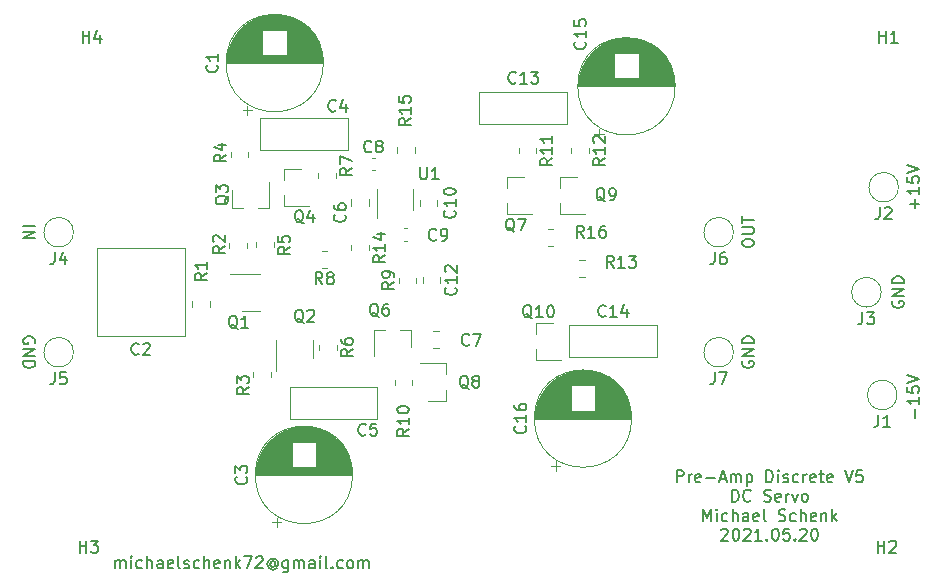
<source format=gbr>
G04 #@! TF.GenerationSoftware,KiCad,Pcbnew,(5.1.10-0-10_14)*
G04 #@! TF.CreationDate,2021-05-20T17:40:10+02:00*
G04 #@! TF.ProjectId,pre-amp-discret,7072652d-616d-4702-9d64-697363726574,rev?*
G04 #@! TF.SameCoordinates,Original*
G04 #@! TF.FileFunction,Legend,Top*
G04 #@! TF.FilePolarity,Positive*
%FSLAX46Y46*%
G04 Gerber Fmt 4.6, Leading zero omitted, Abs format (unit mm)*
G04 Created by KiCad (PCBNEW (5.1.10-0-10_14)) date 2021-05-20 17:40:10*
%MOMM*%
%LPD*%
G01*
G04 APERTURE LIST*
%ADD10C,0.150000*%
%ADD11C,0.120000*%
G04 APERTURE END LIST*
D10*
X196985000Y-122681904D02*
X196937380Y-122777142D01*
X196937380Y-122920000D01*
X196985000Y-123062857D01*
X197080238Y-123158095D01*
X197175476Y-123205714D01*
X197365952Y-123253333D01*
X197508809Y-123253333D01*
X197699285Y-123205714D01*
X197794523Y-123158095D01*
X197889761Y-123062857D01*
X197937380Y-122920000D01*
X197937380Y-122824761D01*
X197889761Y-122681904D01*
X197842142Y-122634285D01*
X197508809Y-122634285D01*
X197508809Y-122824761D01*
X197937380Y-122205714D02*
X196937380Y-122205714D01*
X197937380Y-121634285D01*
X196937380Y-121634285D01*
X197937380Y-121158095D02*
X196937380Y-121158095D01*
X196937380Y-120920000D01*
X196985000Y-120777142D01*
X197080238Y-120681904D01*
X197175476Y-120634285D01*
X197365952Y-120586666D01*
X197508809Y-120586666D01*
X197699285Y-120634285D01*
X197794523Y-120681904D01*
X197889761Y-120777142D01*
X197937380Y-120920000D01*
X197937380Y-121158095D01*
X131170114Y-145283180D02*
X131170114Y-144616514D01*
X131170114Y-144711752D02*
X131217733Y-144664133D01*
X131312971Y-144616514D01*
X131455828Y-144616514D01*
X131551066Y-144664133D01*
X131598685Y-144759371D01*
X131598685Y-145283180D01*
X131598685Y-144759371D02*
X131646304Y-144664133D01*
X131741542Y-144616514D01*
X131884400Y-144616514D01*
X131979638Y-144664133D01*
X132027257Y-144759371D01*
X132027257Y-145283180D01*
X132503447Y-145283180D02*
X132503447Y-144616514D01*
X132503447Y-144283180D02*
X132455828Y-144330800D01*
X132503447Y-144378419D01*
X132551066Y-144330800D01*
X132503447Y-144283180D01*
X132503447Y-144378419D01*
X133408209Y-145235561D02*
X133312971Y-145283180D01*
X133122495Y-145283180D01*
X133027257Y-145235561D01*
X132979638Y-145187942D01*
X132932019Y-145092704D01*
X132932019Y-144806990D01*
X132979638Y-144711752D01*
X133027257Y-144664133D01*
X133122495Y-144616514D01*
X133312971Y-144616514D01*
X133408209Y-144664133D01*
X133836780Y-145283180D02*
X133836780Y-144283180D01*
X134265352Y-145283180D02*
X134265352Y-144759371D01*
X134217733Y-144664133D01*
X134122495Y-144616514D01*
X133979638Y-144616514D01*
X133884400Y-144664133D01*
X133836780Y-144711752D01*
X135170114Y-145283180D02*
X135170114Y-144759371D01*
X135122495Y-144664133D01*
X135027257Y-144616514D01*
X134836780Y-144616514D01*
X134741542Y-144664133D01*
X135170114Y-145235561D02*
X135074876Y-145283180D01*
X134836780Y-145283180D01*
X134741542Y-145235561D01*
X134693923Y-145140323D01*
X134693923Y-145045085D01*
X134741542Y-144949847D01*
X134836780Y-144902228D01*
X135074876Y-144902228D01*
X135170114Y-144854609D01*
X136027257Y-145235561D02*
X135932019Y-145283180D01*
X135741542Y-145283180D01*
X135646304Y-145235561D01*
X135598685Y-145140323D01*
X135598685Y-144759371D01*
X135646304Y-144664133D01*
X135741542Y-144616514D01*
X135932019Y-144616514D01*
X136027257Y-144664133D01*
X136074876Y-144759371D01*
X136074876Y-144854609D01*
X135598685Y-144949847D01*
X136646304Y-145283180D02*
X136551066Y-145235561D01*
X136503447Y-145140323D01*
X136503447Y-144283180D01*
X136979638Y-145235561D02*
X137074876Y-145283180D01*
X137265352Y-145283180D01*
X137360590Y-145235561D01*
X137408209Y-145140323D01*
X137408209Y-145092704D01*
X137360590Y-144997466D01*
X137265352Y-144949847D01*
X137122495Y-144949847D01*
X137027257Y-144902228D01*
X136979638Y-144806990D01*
X136979638Y-144759371D01*
X137027257Y-144664133D01*
X137122495Y-144616514D01*
X137265352Y-144616514D01*
X137360590Y-144664133D01*
X138265352Y-145235561D02*
X138170114Y-145283180D01*
X137979638Y-145283180D01*
X137884400Y-145235561D01*
X137836780Y-145187942D01*
X137789161Y-145092704D01*
X137789161Y-144806990D01*
X137836780Y-144711752D01*
X137884400Y-144664133D01*
X137979638Y-144616514D01*
X138170114Y-144616514D01*
X138265352Y-144664133D01*
X138693923Y-145283180D02*
X138693923Y-144283180D01*
X139122495Y-145283180D02*
X139122495Y-144759371D01*
X139074876Y-144664133D01*
X138979638Y-144616514D01*
X138836780Y-144616514D01*
X138741542Y-144664133D01*
X138693923Y-144711752D01*
X139979638Y-145235561D02*
X139884400Y-145283180D01*
X139693923Y-145283180D01*
X139598685Y-145235561D01*
X139551066Y-145140323D01*
X139551066Y-144759371D01*
X139598685Y-144664133D01*
X139693923Y-144616514D01*
X139884400Y-144616514D01*
X139979638Y-144664133D01*
X140027257Y-144759371D01*
X140027257Y-144854609D01*
X139551066Y-144949847D01*
X140455828Y-144616514D02*
X140455828Y-145283180D01*
X140455828Y-144711752D02*
X140503447Y-144664133D01*
X140598685Y-144616514D01*
X140741542Y-144616514D01*
X140836780Y-144664133D01*
X140884400Y-144759371D01*
X140884400Y-145283180D01*
X141360590Y-145283180D02*
X141360590Y-144283180D01*
X141455828Y-144902228D02*
X141741542Y-145283180D01*
X141741542Y-144616514D02*
X141360590Y-144997466D01*
X142074876Y-144283180D02*
X142741542Y-144283180D01*
X142312971Y-145283180D01*
X143074876Y-144378419D02*
X143122495Y-144330800D01*
X143217733Y-144283180D01*
X143455828Y-144283180D01*
X143551066Y-144330800D01*
X143598685Y-144378419D01*
X143646304Y-144473657D01*
X143646304Y-144568895D01*
X143598685Y-144711752D01*
X143027257Y-145283180D01*
X143646304Y-145283180D01*
X144693923Y-144806990D02*
X144646304Y-144759371D01*
X144551066Y-144711752D01*
X144455828Y-144711752D01*
X144360590Y-144759371D01*
X144312971Y-144806990D01*
X144265352Y-144902228D01*
X144265352Y-144997466D01*
X144312971Y-145092704D01*
X144360590Y-145140323D01*
X144455828Y-145187942D01*
X144551066Y-145187942D01*
X144646304Y-145140323D01*
X144693923Y-145092704D01*
X144693923Y-144711752D02*
X144693923Y-145092704D01*
X144741542Y-145140323D01*
X144789161Y-145140323D01*
X144884400Y-145092704D01*
X144932019Y-144997466D01*
X144932019Y-144759371D01*
X144836780Y-144616514D01*
X144693923Y-144521276D01*
X144503447Y-144473657D01*
X144312971Y-144521276D01*
X144170114Y-144616514D01*
X144074876Y-144759371D01*
X144027257Y-144949847D01*
X144074876Y-145140323D01*
X144170114Y-145283180D01*
X144312971Y-145378419D01*
X144503447Y-145426038D01*
X144693923Y-145378419D01*
X144836780Y-145283180D01*
X145789161Y-144616514D02*
X145789161Y-145426038D01*
X145741542Y-145521276D01*
X145693923Y-145568895D01*
X145598685Y-145616514D01*
X145455828Y-145616514D01*
X145360590Y-145568895D01*
X145789161Y-145235561D02*
X145693923Y-145283180D01*
X145503447Y-145283180D01*
X145408209Y-145235561D01*
X145360590Y-145187942D01*
X145312971Y-145092704D01*
X145312971Y-144806990D01*
X145360590Y-144711752D01*
X145408209Y-144664133D01*
X145503447Y-144616514D01*
X145693923Y-144616514D01*
X145789161Y-144664133D01*
X146265352Y-145283180D02*
X146265352Y-144616514D01*
X146265352Y-144711752D02*
X146312971Y-144664133D01*
X146408209Y-144616514D01*
X146551066Y-144616514D01*
X146646304Y-144664133D01*
X146693923Y-144759371D01*
X146693923Y-145283180D01*
X146693923Y-144759371D02*
X146741542Y-144664133D01*
X146836780Y-144616514D01*
X146979638Y-144616514D01*
X147074876Y-144664133D01*
X147122495Y-144759371D01*
X147122495Y-145283180D01*
X148027257Y-145283180D02*
X148027257Y-144759371D01*
X147979638Y-144664133D01*
X147884400Y-144616514D01*
X147693923Y-144616514D01*
X147598685Y-144664133D01*
X148027257Y-145235561D02*
X147932019Y-145283180D01*
X147693923Y-145283180D01*
X147598685Y-145235561D01*
X147551066Y-145140323D01*
X147551066Y-145045085D01*
X147598685Y-144949847D01*
X147693923Y-144902228D01*
X147932019Y-144902228D01*
X148027257Y-144854609D01*
X148503447Y-145283180D02*
X148503447Y-144616514D01*
X148503447Y-144283180D02*
X148455828Y-144330800D01*
X148503447Y-144378419D01*
X148551066Y-144330800D01*
X148503447Y-144283180D01*
X148503447Y-144378419D01*
X149122495Y-145283180D02*
X149027257Y-145235561D01*
X148979638Y-145140323D01*
X148979638Y-144283180D01*
X149503447Y-145187942D02*
X149551066Y-145235561D01*
X149503447Y-145283180D01*
X149455828Y-145235561D01*
X149503447Y-145187942D01*
X149503447Y-145283180D01*
X150408209Y-145235561D02*
X150312971Y-145283180D01*
X150122495Y-145283180D01*
X150027257Y-145235561D01*
X149979638Y-145187942D01*
X149932019Y-145092704D01*
X149932019Y-144806990D01*
X149979638Y-144711752D01*
X150027257Y-144664133D01*
X150122495Y-144616514D01*
X150312971Y-144616514D01*
X150408209Y-144664133D01*
X150979638Y-145283180D02*
X150884400Y-145235561D01*
X150836780Y-145187942D01*
X150789161Y-145092704D01*
X150789161Y-144806990D01*
X150836780Y-144711752D01*
X150884400Y-144664133D01*
X150979638Y-144616514D01*
X151122495Y-144616514D01*
X151217733Y-144664133D01*
X151265352Y-144711752D01*
X151312971Y-144806990D01*
X151312971Y-145092704D01*
X151265352Y-145187942D01*
X151217733Y-145235561D01*
X151122495Y-145283180D01*
X150979638Y-145283180D01*
X151741542Y-145283180D02*
X151741542Y-144616514D01*
X151741542Y-144711752D02*
X151789161Y-144664133D01*
X151884400Y-144616514D01*
X152027257Y-144616514D01*
X152122495Y-144664133D01*
X152170114Y-144759371D01*
X152170114Y-145283180D01*
X152170114Y-144759371D02*
X152217733Y-144664133D01*
X152312971Y-144616514D01*
X152455828Y-144616514D01*
X152551066Y-144664133D01*
X152598685Y-144759371D01*
X152598685Y-145283180D01*
X178705857Y-137994880D02*
X178705857Y-136994880D01*
X179086809Y-136994880D01*
X179182047Y-137042500D01*
X179229666Y-137090119D01*
X179277285Y-137185357D01*
X179277285Y-137328214D01*
X179229666Y-137423452D01*
X179182047Y-137471071D01*
X179086809Y-137518690D01*
X178705857Y-137518690D01*
X179705857Y-137994880D02*
X179705857Y-137328214D01*
X179705857Y-137518690D02*
X179753476Y-137423452D01*
X179801095Y-137375833D01*
X179896333Y-137328214D01*
X179991571Y-137328214D01*
X180705857Y-137947261D02*
X180610619Y-137994880D01*
X180420142Y-137994880D01*
X180324904Y-137947261D01*
X180277285Y-137852023D01*
X180277285Y-137471071D01*
X180324904Y-137375833D01*
X180420142Y-137328214D01*
X180610619Y-137328214D01*
X180705857Y-137375833D01*
X180753476Y-137471071D01*
X180753476Y-137566309D01*
X180277285Y-137661547D01*
X181182047Y-137613928D02*
X181943952Y-137613928D01*
X182372523Y-137709166D02*
X182848714Y-137709166D01*
X182277285Y-137994880D02*
X182610619Y-136994880D01*
X182943952Y-137994880D01*
X183277285Y-137994880D02*
X183277285Y-137328214D01*
X183277285Y-137423452D02*
X183324904Y-137375833D01*
X183420142Y-137328214D01*
X183563000Y-137328214D01*
X183658238Y-137375833D01*
X183705857Y-137471071D01*
X183705857Y-137994880D01*
X183705857Y-137471071D02*
X183753476Y-137375833D01*
X183848714Y-137328214D01*
X183991571Y-137328214D01*
X184086809Y-137375833D01*
X184134428Y-137471071D01*
X184134428Y-137994880D01*
X184610619Y-137328214D02*
X184610619Y-138328214D01*
X184610619Y-137375833D02*
X184705857Y-137328214D01*
X184896333Y-137328214D01*
X184991571Y-137375833D01*
X185039190Y-137423452D01*
X185086809Y-137518690D01*
X185086809Y-137804404D01*
X185039190Y-137899642D01*
X184991571Y-137947261D01*
X184896333Y-137994880D01*
X184705857Y-137994880D01*
X184610619Y-137947261D01*
X186277285Y-137994880D02*
X186277285Y-136994880D01*
X186515380Y-136994880D01*
X186658238Y-137042500D01*
X186753476Y-137137738D01*
X186801095Y-137232976D01*
X186848714Y-137423452D01*
X186848714Y-137566309D01*
X186801095Y-137756785D01*
X186753476Y-137852023D01*
X186658238Y-137947261D01*
X186515380Y-137994880D01*
X186277285Y-137994880D01*
X187277285Y-137994880D02*
X187277285Y-137328214D01*
X187277285Y-136994880D02*
X187229666Y-137042500D01*
X187277285Y-137090119D01*
X187324904Y-137042500D01*
X187277285Y-136994880D01*
X187277285Y-137090119D01*
X187705857Y-137947261D02*
X187801095Y-137994880D01*
X187991571Y-137994880D01*
X188086809Y-137947261D01*
X188134428Y-137852023D01*
X188134428Y-137804404D01*
X188086809Y-137709166D01*
X187991571Y-137661547D01*
X187848714Y-137661547D01*
X187753476Y-137613928D01*
X187705857Y-137518690D01*
X187705857Y-137471071D01*
X187753476Y-137375833D01*
X187848714Y-137328214D01*
X187991571Y-137328214D01*
X188086809Y-137375833D01*
X188991571Y-137947261D02*
X188896333Y-137994880D01*
X188705857Y-137994880D01*
X188610619Y-137947261D01*
X188563000Y-137899642D01*
X188515380Y-137804404D01*
X188515380Y-137518690D01*
X188563000Y-137423452D01*
X188610619Y-137375833D01*
X188705857Y-137328214D01*
X188896333Y-137328214D01*
X188991571Y-137375833D01*
X189420142Y-137994880D02*
X189420142Y-137328214D01*
X189420142Y-137518690D02*
X189467761Y-137423452D01*
X189515380Y-137375833D01*
X189610619Y-137328214D01*
X189705857Y-137328214D01*
X190420142Y-137947261D02*
X190324904Y-137994880D01*
X190134428Y-137994880D01*
X190039190Y-137947261D01*
X189991571Y-137852023D01*
X189991571Y-137471071D01*
X190039190Y-137375833D01*
X190134428Y-137328214D01*
X190324904Y-137328214D01*
X190420142Y-137375833D01*
X190467761Y-137471071D01*
X190467761Y-137566309D01*
X189991571Y-137661547D01*
X190753476Y-137328214D02*
X191134428Y-137328214D01*
X190896333Y-136994880D02*
X190896333Y-137852023D01*
X190943952Y-137947261D01*
X191039190Y-137994880D01*
X191134428Y-137994880D01*
X191848714Y-137947261D02*
X191753476Y-137994880D01*
X191563000Y-137994880D01*
X191467761Y-137947261D01*
X191420142Y-137852023D01*
X191420142Y-137471071D01*
X191467761Y-137375833D01*
X191563000Y-137328214D01*
X191753476Y-137328214D01*
X191848714Y-137375833D01*
X191896333Y-137471071D01*
X191896333Y-137566309D01*
X191420142Y-137661547D01*
X192943952Y-136994880D02*
X193277285Y-137994880D01*
X193610619Y-136994880D01*
X194420142Y-136994880D02*
X193943952Y-136994880D01*
X193896333Y-137471071D01*
X193943952Y-137423452D01*
X194039190Y-137375833D01*
X194277285Y-137375833D01*
X194372523Y-137423452D01*
X194420142Y-137471071D01*
X194467761Y-137566309D01*
X194467761Y-137804404D01*
X194420142Y-137899642D01*
X194372523Y-137947261D01*
X194277285Y-137994880D01*
X194039190Y-137994880D01*
X193943952Y-137947261D01*
X193896333Y-137899642D01*
X183372523Y-139644880D02*
X183372523Y-138644880D01*
X183610619Y-138644880D01*
X183753476Y-138692500D01*
X183848714Y-138787738D01*
X183896333Y-138882976D01*
X183943952Y-139073452D01*
X183943952Y-139216309D01*
X183896333Y-139406785D01*
X183848714Y-139502023D01*
X183753476Y-139597261D01*
X183610619Y-139644880D01*
X183372523Y-139644880D01*
X184943952Y-139549642D02*
X184896333Y-139597261D01*
X184753476Y-139644880D01*
X184658238Y-139644880D01*
X184515380Y-139597261D01*
X184420142Y-139502023D01*
X184372523Y-139406785D01*
X184324904Y-139216309D01*
X184324904Y-139073452D01*
X184372523Y-138882976D01*
X184420142Y-138787738D01*
X184515380Y-138692500D01*
X184658238Y-138644880D01*
X184753476Y-138644880D01*
X184896333Y-138692500D01*
X184943952Y-138740119D01*
X186086809Y-139597261D02*
X186229666Y-139644880D01*
X186467761Y-139644880D01*
X186563000Y-139597261D01*
X186610619Y-139549642D01*
X186658238Y-139454404D01*
X186658238Y-139359166D01*
X186610619Y-139263928D01*
X186563000Y-139216309D01*
X186467761Y-139168690D01*
X186277285Y-139121071D01*
X186182047Y-139073452D01*
X186134428Y-139025833D01*
X186086809Y-138930595D01*
X186086809Y-138835357D01*
X186134428Y-138740119D01*
X186182047Y-138692500D01*
X186277285Y-138644880D01*
X186515380Y-138644880D01*
X186658238Y-138692500D01*
X187467761Y-139597261D02*
X187372523Y-139644880D01*
X187182047Y-139644880D01*
X187086809Y-139597261D01*
X187039190Y-139502023D01*
X187039190Y-139121071D01*
X187086809Y-139025833D01*
X187182047Y-138978214D01*
X187372523Y-138978214D01*
X187467761Y-139025833D01*
X187515380Y-139121071D01*
X187515380Y-139216309D01*
X187039190Y-139311547D01*
X187943952Y-139644880D02*
X187943952Y-138978214D01*
X187943952Y-139168690D02*
X187991571Y-139073452D01*
X188039190Y-139025833D01*
X188134428Y-138978214D01*
X188229666Y-138978214D01*
X188467761Y-138978214D02*
X188705857Y-139644880D01*
X188943952Y-138978214D01*
X189467761Y-139644880D02*
X189372523Y-139597261D01*
X189324904Y-139549642D01*
X189277285Y-139454404D01*
X189277285Y-139168690D01*
X189324904Y-139073452D01*
X189372523Y-139025833D01*
X189467761Y-138978214D01*
X189610619Y-138978214D01*
X189705857Y-139025833D01*
X189753476Y-139073452D01*
X189801095Y-139168690D01*
X189801095Y-139454404D01*
X189753476Y-139549642D01*
X189705857Y-139597261D01*
X189610619Y-139644880D01*
X189467761Y-139644880D01*
X180943952Y-141294880D02*
X180943952Y-140294880D01*
X181277285Y-141009166D01*
X181610619Y-140294880D01*
X181610619Y-141294880D01*
X182086809Y-141294880D02*
X182086809Y-140628214D01*
X182086809Y-140294880D02*
X182039190Y-140342500D01*
X182086809Y-140390119D01*
X182134428Y-140342500D01*
X182086809Y-140294880D01*
X182086809Y-140390119D01*
X182991571Y-141247261D02*
X182896333Y-141294880D01*
X182705857Y-141294880D01*
X182610619Y-141247261D01*
X182563000Y-141199642D01*
X182515380Y-141104404D01*
X182515380Y-140818690D01*
X182563000Y-140723452D01*
X182610619Y-140675833D01*
X182705857Y-140628214D01*
X182896333Y-140628214D01*
X182991571Y-140675833D01*
X183420142Y-141294880D02*
X183420142Y-140294880D01*
X183848714Y-141294880D02*
X183848714Y-140771071D01*
X183801095Y-140675833D01*
X183705857Y-140628214D01*
X183563000Y-140628214D01*
X183467761Y-140675833D01*
X183420142Y-140723452D01*
X184753476Y-141294880D02*
X184753476Y-140771071D01*
X184705857Y-140675833D01*
X184610619Y-140628214D01*
X184420142Y-140628214D01*
X184324904Y-140675833D01*
X184753476Y-141247261D02*
X184658238Y-141294880D01*
X184420142Y-141294880D01*
X184324904Y-141247261D01*
X184277285Y-141152023D01*
X184277285Y-141056785D01*
X184324904Y-140961547D01*
X184420142Y-140913928D01*
X184658238Y-140913928D01*
X184753476Y-140866309D01*
X185610619Y-141247261D02*
X185515380Y-141294880D01*
X185324904Y-141294880D01*
X185229666Y-141247261D01*
X185182047Y-141152023D01*
X185182047Y-140771071D01*
X185229666Y-140675833D01*
X185324904Y-140628214D01*
X185515380Y-140628214D01*
X185610619Y-140675833D01*
X185658238Y-140771071D01*
X185658238Y-140866309D01*
X185182047Y-140961547D01*
X186229666Y-141294880D02*
X186134428Y-141247261D01*
X186086809Y-141152023D01*
X186086809Y-140294880D01*
X187324904Y-141247261D02*
X187467761Y-141294880D01*
X187705857Y-141294880D01*
X187801095Y-141247261D01*
X187848714Y-141199642D01*
X187896333Y-141104404D01*
X187896333Y-141009166D01*
X187848714Y-140913928D01*
X187801095Y-140866309D01*
X187705857Y-140818690D01*
X187515380Y-140771071D01*
X187420142Y-140723452D01*
X187372523Y-140675833D01*
X187324904Y-140580595D01*
X187324904Y-140485357D01*
X187372523Y-140390119D01*
X187420142Y-140342500D01*
X187515380Y-140294880D01*
X187753476Y-140294880D01*
X187896333Y-140342500D01*
X188753476Y-141247261D02*
X188658238Y-141294880D01*
X188467761Y-141294880D01*
X188372523Y-141247261D01*
X188324904Y-141199642D01*
X188277285Y-141104404D01*
X188277285Y-140818690D01*
X188324904Y-140723452D01*
X188372523Y-140675833D01*
X188467761Y-140628214D01*
X188658238Y-140628214D01*
X188753476Y-140675833D01*
X189182047Y-141294880D02*
X189182047Y-140294880D01*
X189610619Y-141294880D02*
X189610619Y-140771071D01*
X189563000Y-140675833D01*
X189467761Y-140628214D01*
X189324904Y-140628214D01*
X189229666Y-140675833D01*
X189182047Y-140723452D01*
X190467761Y-141247261D02*
X190372523Y-141294880D01*
X190182047Y-141294880D01*
X190086809Y-141247261D01*
X190039190Y-141152023D01*
X190039190Y-140771071D01*
X190086809Y-140675833D01*
X190182047Y-140628214D01*
X190372523Y-140628214D01*
X190467761Y-140675833D01*
X190515380Y-140771071D01*
X190515380Y-140866309D01*
X190039190Y-140961547D01*
X190943952Y-140628214D02*
X190943952Y-141294880D01*
X190943952Y-140723452D02*
X190991571Y-140675833D01*
X191086809Y-140628214D01*
X191229666Y-140628214D01*
X191324904Y-140675833D01*
X191372523Y-140771071D01*
X191372523Y-141294880D01*
X191848714Y-141294880D02*
X191848714Y-140294880D01*
X191943952Y-140913928D02*
X192229666Y-141294880D01*
X192229666Y-140628214D02*
X191848714Y-141009166D01*
X182467761Y-142040119D02*
X182515380Y-141992500D01*
X182610619Y-141944880D01*
X182848714Y-141944880D01*
X182943952Y-141992500D01*
X182991571Y-142040119D01*
X183039190Y-142135357D01*
X183039190Y-142230595D01*
X182991571Y-142373452D01*
X182420142Y-142944880D01*
X183039190Y-142944880D01*
X183658238Y-141944880D02*
X183753476Y-141944880D01*
X183848714Y-141992500D01*
X183896333Y-142040119D01*
X183943952Y-142135357D01*
X183991571Y-142325833D01*
X183991571Y-142563928D01*
X183943952Y-142754404D01*
X183896333Y-142849642D01*
X183848714Y-142897261D01*
X183753476Y-142944880D01*
X183658238Y-142944880D01*
X183563000Y-142897261D01*
X183515380Y-142849642D01*
X183467761Y-142754404D01*
X183420142Y-142563928D01*
X183420142Y-142325833D01*
X183467761Y-142135357D01*
X183515380Y-142040119D01*
X183563000Y-141992500D01*
X183658238Y-141944880D01*
X184372523Y-142040119D02*
X184420142Y-141992500D01*
X184515380Y-141944880D01*
X184753476Y-141944880D01*
X184848714Y-141992500D01*
X184896333Y-142040119D01*
X184943952Y-142135357D01*
X184943952Y-142230595D01*
X184896333Y-142373452D01*
X184324904Y-142944880D01*
X184943952Y-142944880D01*
X185896333Y-142944880D02*
X185324904Y-142944880D01*
X185610619Y-142944880D02*
X185610619Y-141944880D01*
X185515380Y-142087738D01*
X185420142Y-142182976D01*
X185324904Y-142230595D01*
X186324904Y-142849642D02*
X186372523Y-142897261D01*
X186324904Y-142944880D01*
X186277285Y-142897261D01*
X186324904Y-142849642D01*
X186324904Y-142944880D01*
X186991571Y-141944880D02*
X187086809Y-141944880D01*
X187182047Y-141992500D01*
X187229666Y-142040119D01*
X187277285Y-142135357D01*
X187324904Y-142325833D01*
X187324904Y-142563928D01*
X187277285Y-142754404D01*
X187229666Y-142849642D01*
X187182047Y-142897261D01*
X187086809Y-142944880D01*
X186991571Y-142944880D01*
X186896333Y-142897261D01*
X186848714Y-142849642D01*
X186801095Y-142754404D01*
X186753476Y-142563928D01*
X186753476Y-142325833D01*
X186801095Y-142135357D01*
X186848714Y-142040119D01*
X186896333Y-141992500D01*
X186991571Y-141944880D01*
X188229666Y-141944880D02*
X187753476Y-141944880D01*
X187705857Y-142421071D01*
X187753476Y-142373452D01*
X187848714Y-142325833D01*
X188086809Y-142325833D01*
X188182047Y-142373452D01*
X188229666Y-142421071D01*
X188277285Y-142516309D01*
X188277285Y-142754404D01*
X188229666Y-142849642D01*
X188182047Y-142897261D01*
X188086809Y-142944880D01*
X187848714Y-142944880D01*
X187753476Y-142897261D01*
X187705857Y-142849642D01*
X188705857Y-142849642D02*
X188753476Y-142897261D01*
X188705857Y-142944880D01*
X188658238Y-142897261D01*
X188705857Y-142849642D01*
X188705857Y-142944880D01*
X189134428Y-142040119D02*
X189182047Y-141992500D01*
X189277285Y-141944880D01*
X189515380Y-141944880D01*
X189610619Y-141992500D01*
X189658238Y-142040119D01*
X189705857Y-142135357D01*
X189705857Y-142230595D01*
X189658238Y-142373452D01*
X189086809Y-142944880D01*
X189705857Y-142944880D01*
X190324904Y-141944880D02*
X190420142Y-141944880D01*
X190515380Y-141992500D01*
X190563000Y-142040119D01*
X190610619Y-142135357D01*
X190658238Y-142325833D01*
X190658238Y-142563928D01*
X190610619Y-142754404D01*
X190563000Y-142849642D01*
X190515380Y-142897261D01*
X190420142Y-142944880D01*
X190324904Y-142944880D01*
X190229666Y-142897261D01*
X190182047Y-142849642D01*
X190134428Y-142754404D01*
X190086809Y-142563928D01*
X190086809Y-142325833D01*
X190134428Y-142135357D01*
X190182047Y-142040119D01*
X190229666Y-141992500D01*
X190324904Y-141944880D01*
X184285000Y-127761904D02*
X184237380Y-127857142D01*
X184237380Y-128000000D01*
X184285000Y-128142857D01*
X184380238Y-128238095D01*
X184475476Y-128285714D01*
X184665952Y-128333333D01*
X184808809Y-128333333D01*
X184999285Y-128285714D01*
X185094523Y-128238095D01*
X185189761Y-128142857D01*
X185237380Y-128000000D01*
X185237380Y-127904761D01*
X185189761Y-127761904D01*
X185142142Y-127714285D01*
X184808809Y-127714285D01*
X184808809Y-127904761D01*
X185237380Y-127285714D02*
X184237380Y-127285714D01*
X185237380Y-126714285D01*
X184237380Y-126714285D01*
X185237380Y-126238095D02*
X184237380Y-126238095D01*
X184237380Y-126000000D01*
X184285000Y-125857142D01*
X184380238Y-125761904D01*
X184475476Y-125714285D01*
X184665952Y-125666666D01*
X184808809Y-125666666D01*
X184999285Y-125714285D01*
X185094523Y-125761904D01*
X185189761Y-125857142D01*
X185237380Y-126000000D01*
X185237380Y-126238095D01*
X184237380Y-117840000D02*
X184237380Y-117649523D01*
X184285000Y-117554285D01*
X184380238Y-117459047D01*
X184570714Y-117411428D01*
X184904047Y-117411428D01*
X185094523Y-117459047D01*
X185189761Y-117554285D01*
X185237380Y-117649523D01*
X185237380Y-117840000D01*
X185189761Y-117935238D01*
X185094523Y-118030476D01*
X184904047Y-118078095D01*
X184570714Y-118078095D01*
X184380238Y-118030476D01*
X184285000Y-117935238D01*
X184237380Y-117840000D01*
X184237380Y-116982857D02*
X185046904Y-116982857D01*
X185142142Y-116935238D01*
X185189761Y-116887619D01*
X185237380Y-116792380D01*
X185237380Y-116601904D01*
X185189761Y-116506666D01*
X185142142Y-116459047D01*
X185046904Y-116411428D01*
X184237380Y-116411428D01*
X184237380Y-116078095D02*
X184237380Y-115506666D01*
X185237380Y-115792380D02*
X184237380Y-115792380D01*
X124325000Y-126238095D02*
X124372619Y-126142857D01*
X124372619Y-126000000D01*
X124325000Y-125857142D01*
X124229761Y-125761904D01*
X124134523Y-125714285D01*
X123944047Y-125666666D01*
X123801190Y-125666666D01*
X123610714Y-125714285D01*
X123515476Y-125761904D01*
X123420238Y-125857142D01*
X123372619Y-126000000D01*
X123372619Y-126095238D01*
X123420238Y-126238095D01*
X123467857Y-126285714D01*
X123801190Y-126285714D01*
X123801190Y-126095238D01*
X123372619Y-126714285D02*
X124372619Y-126714285D01*
X123372619Y-127285714D01*
X124372619Y-127285714D01*
X123372619Y-127761904D02*
X124372619Y-127761904D01*
X124372619Y-128000000D01*
X124325000Y-128142857D01*
X124229761Y-128238095D01*
X124134523Y-128285714D01*
X123944047Y-128333333D01*
X123801190Y-128333333D01*
X123610714Y-128285714D01*
X123515476Y-128238095D01*
X123420238Y-128142857D01*
X123372619Y-128000000D01*
X123372619Y-127761904D01*
X123372619Y-116316190D02*
X124372619Y-116316190D01*
X123372619Y-116792380D02*
X124372619Y-116792380D01*
X123372619Y-117363809D01*
X124372619Y-117363809D01*
X198826428Y-132571904D02*
X198826428Y-131810000D01*
X199207380Y-130810000D02*
X199207380Y-131381428D01*
X199207380Y-131095714D02*
X198207380Y-131095714D01*
X198350238Y-131190952D01*
X198445476Y-131286190D01*
X198493095Y-131381428D01*
X198207380Y-129905238D02*
X198207380Y-130381428D01*
X198683571Y-130429047D01*
X198635952Y-130381428D01*
X198588333Y-130286190D01*
X198588333Y-130048095D01*
X198635952Y-129952857D01*
X198683571Y-129905238D01*
X198778809Y-129857619D01*
X199016904Y-129857619D01*
X199112142Y-129905238D01*
X199159761Y-129952857D01*
X199207380Y-130048095D01*
X199207380Y-130286190D01*
X199159761Y-130381428D01*
X199112142Y-130429047D01*
X198207380Y-129571904D02*
X199207380Y-129238571D01*
X198207380Y-128905238D01*
X198826428Y-114791904D02*
X198826428Y-114030000D01*
X199207380Y-114410952D02*
X198445476Y-114410952D01*
X199207380Y-113030000D02*
X199207380Y-113601428D01*
X199207380Y-113315714D02*
X198207380Y-113315714D01*
X198350238Y-113410952D01*
X198445476Y-113506190D01*
X198493095Y-113601428D01*
X198207380Y-112125238D02*
X198207380Y-112601428D01*
X198683571Y-112649047D01*
X198635952Y-112601428D01*
X198588333Y-112506190D01*
X198588333Y-112268095D01*
X198635952Y-112172857D01*
X198683571Y-112125238D01*
X198778809Y-112077619D01*
X199016904Y-112077619D01*
X199112142Y-112125238D01*
X199159761Y-112172857D01*
X199207380Y-112268095D01*
X199207380Y-112506190D01*
X199159761Y-112601428D01*
X199112142Y-112649047D01*
X198207380Y-111791904D02*
X199207380Y-111458571D01*
X198207380Y-111125238D01*
D11*
X168036500Y-136625698D02*
X168836500Y-136625698D01*
X168436500Y-137025698D02*
X168436500Y-136225698D01*
X170218500Y-128535000D02*
X171284500Y-128535000D01*
X169983500Y-128575000D02*
X171519500Y-128575000D01*
X169803500Y-128615000D02*
X171699500Y-128615000D01*
X169653500Y-128655000D02*
X171849500Y-128655000D01*
X169522500Y-128695000D02*
X171980500Y-128695000D01*
X169405500Y-128735000D02*
X172097500Y-128735000D01*
X169298500Y-128775000D02*
X172204500Y-128775000D01*
X169199500Y-128815000D02*
X172303500Y-128815000D01*
X169106500Y-128855000D02*
X172396500Y-128855000D01*
X169020500Y-128895000D02*
X172482500Y-128895000D01*
X168938500Y-128935000D02*
X172564500Y-128935000D01*
X168861500Y-128975000D02*
X172641500Y-128975000D01*
X168787500Y-129015000D02*
X172715500Y-129015000D01*
X168717500Y-129055000D02*
X172785500Y-129055000D01*
X168649500Y-129095000D02*
X172853500Y-129095000D01*
X168585500Y-129135000D02*
X172917500Y-129135000D01*
X168523500Y-129175000D02*
X172979500Y-129175000D01*
X168464500Y-129215000D02*
X173038500Y-129215000D01*
X168406500Y-129255000D02*
X173096500Y-129255000D01*
X168351500Y-129295000D02*
X173151500Y-129295000D01*
X168297500Y-129335000D02*
X173205500Y-129335000D01*
X168246500Y-129375000D02*
X173256500Y-129375000D01*
X168195500Y-129415000D02*
X173307500Y-129415000D01*
X168147500Y-129455000D02*
X173355500Y-129455000D01*
X168100500Y-129495000D02*
X173402500Y-129495000D01*
X168054500Y-129535000D02*
X173448500Y-129535000D01*
X168010500Y-129575000D02*
X173492500Y-129575000D01*
X167967500Y-129615000D02*
X173535500Y-129615000D01*
X167925500Y-129655000D02*
X173577500Y-129655000D01*
X167884500Y-129695000D02*
X173618500Y-129695000D01*
X167844500Y-129735000D02*
X173658500Y-129735000D01*
X167806500Y-129775000D02*
X173696500Y-129775000D01*
X167768500Y-129815000D02*
X173734500Y-129815000D01*
X171791500Y-129855000D02*
X173770500Y-129855000D01*
X167732500Y-129855000D02*
X169711500Y-129855000D01*
X171791500Y-129895000D02*
X173806500Y-129895000D01*
X167696500Y-129895000D02*
X169711500Y-129895000D01*
X171791500Y-129935000D02*
X173841500Y-129935000D01*
X167661500Y-129935000D02*
X169711500Y-129935000D01*
X171791500Y-129975000D02*
X173875500Y-129975000D01*
X167627500Y-129975000D02*
X169711500Y-129975000D01*
X171791500Y-130015000D02*
X173907500Y-130015000D01*
X167595500Y-130015000D02*
X169711500Y-130015000D01*
X171791500Y-130055000D02*
X173940500Y-130055000D01*
X167562500Y-130055000D02*
X169711500Y-130055000D01*
X171791500Y-130095000D02*
X173971500Y-130095000D01*
X167531500Y-130095000D02*
X169711500Y-130095000D01*
X171791500Y-130135000D02*
X174001500Y-130135000D01*
X167501500Y-130135000D02*
X169711500Y-130135000D01*
X171791500Y-130175000D02*
X174031500Y-130175000D01*
X167471500Y-130175000D02*
X169711500Y-130175000D01*
X171791500Y-130215000D02*
X174060500Y-130215000D01*
X167442500Y-130215000D02*
X169711500Y-130215000D01*
X171791500Y-130255000D02*
X174089500Y-130255000D01*
X167413500Y-130255000D02*
X169711500Y-130255000D01*
X171791500Y-130295000D02*
X174116500Y-130295000D01*
X167386500Y-130295000D02*
X169711500Y-130295000D01*
X171791500Y-130335000D02*
X174143500Y-130335000D01*
X167359500Y-130335000D02*
X169711500Y-130335000D01*
X171791500Y-130375000D02*
X174169500Y-130375000D01*
X167333500Y-130375000D02*
X169711500Y-130375000D01*
X171791500Y-130415000D02*
X174195500Y-130415000D01*
X167307500Y-130415000D02*
X169711500Y-130415000D01*
X171791500Y-130455000D02*
X174220500Y-130455000D01*
X167282500Y-130455000D02*
X169711500Y-130455000D01*
X171791500Y-130495000D02*
X174244500Y-130495000D01*
X167258500Y-130495000D02*
X169711500Y-130495000D01*
X171791500Y-130535000D02*
X174268500Y-130535000D01*
X167234500Y-130535000D02*
X169711500Y-130535000D01*
X171791500Y-130575000D02*
X174291500Y-130575000D01*
X167211500Y-130575000D02*
X169711500Y-130575000D01*
X171791500Y-130615000D02*
X174313500Y-130615000D01*
X167189500Y-130615000D02*
X169711500Y-130615000D01*
X171791500Y-130655000D02*
X174335500Y-130655000D01*
X167167500Y-130655000D02*
X169711500Y-130655000D01*
X171791500Y-130695000D02*
X174357500Y-130695000D01*
X167145500Y-130695000D02*
X169711500Y-130695000D01*
X171791500Y-130735000D02*
X174378500Y-130735000D01*
X167124500Y-130735000D02*
X169711500Y-130735000D01*
X171791500Y-130775000D02*
X174398500Y-130775000D01*
X167104500Y-130775000D02*
X169711500Y-130775000D01*
X171791500Y-130815000D02*
X174417500Y-130815000D01*
X167085500Y-130815000D02*
X169711500Y-130815000D01*
X171791500Y-130855000D02*
X174437500Y-130855000D01*
X167065500Y-130855000D02*
X169711500Y-130855000D01*
X171791500Y-130895000D02*
X174455500Y-130895000D01*
X167047500Y-130895000D02*
X169711500Y-130895000D01*
X171791500Y-130935000D02*
X174473500Y-130935000D01*
X167029500Y-130935000D02*
X169711500Y-130935000D01*
X171791500Y-130975000D02*
X174491500Y-130975000D01*
X167011500Y-130975000D02*
X169711500Y-130975000D01*
X171791500Y-131015000D02*
X174508500Y-131015000D01*
X166994500Y-131015000D02*
X169711500Y-131015000D01*
X171791500Y-131055000D02*
X174525500Y-131055000D01*
X166977500Y-131055000D02*
X169711500Y-131055000D01*
X171791500Y-131095000D02*
X174541500Y-131095000D01*
X166961500Y-131095000D02*
X169711500Y-131095000D01*
X171791500Y-131135000D02*
X174556500Y-131135000D01*
X166946500Y-131135000D02*
X169711500Y-131135000D01*
X171791500Y-131175000D02*
X174572500Y-131175000D01*
X166930500Y-131175000D02*
X169711500Y-131175000D01*
X171791500Y-131215000D02*
X174586500Y-131215000D01*
X166916500Y-131215000D02*
X169711500Y-131215000D01*
X171791500Y-131255000D02*
X174601500Y-131255000D01*
X166901500Y-131255000D02*
X169711500Y-131255000D01*
X171791500Y-131295000D02*
X174614500Y-131295000D01*
X166888500Y-131295000D02*
X169711500Y-131295000D01*
X171791500Y-131335000D02*
X174628500Y-131335000D01*
X166874500Y-131335000D02*
X169711500Y-131335000D01*
X171791500Y-131375000D02*
X174640500Y-131375000D01*
X166862500Y-131375000D02*
X169711500Y-131375000D01*
X171791500Y-131415000D02*
X174653500Y-131415000D01*
X166849500Y-131415000D02*
X169711500Y-131415000D01*
X171791500Y-131455000D02*
X174665500Y-131455000D01*
X166837500Y-131455000D02*
X169711500Y-131455000D01*
X171791500Y-131495000D02*
X174676500Y-131495000D01*
X166826500Y-131495000D02*
X169711500Y-131495000D01*
X171791500Y-131535000D02*
X174687500Y-131535000D01*
X166815500Y-131535000D02*
X169711500Y-131535000D01*
X171791500Y-131575000D02*
X174698500Y-131575000D01*
X166804500Y-131575000D02*
X169711500Y-131575000D01*
X171791500Y-131615000D02*
X174708500Y-131615000D01*
X166794500Y-131615000D02*
X169711500Y-131615000D01*
X171791500Y-131655000D02*
X174718500Y-131655000D01*
X166784500Y-131655000D02*
X169711500Y-131655000D01*
X171791500Y-131695000D02*
X174727500Y-131695000D01*
X166775500Y-131695000D02*
X169711500Y-131695000D01*
X171791500Y-131735000D02*
X174736500Y-131735000D01*
X166766500Y-131735000D02*
X169711500Y-131735000D01*
X171791500Y-131775000D02*
X174745500Y-131775000D01*
X166757500Y-131775000D02*
X169711500Y-131775000D01*
X171791500Y-131815000D02*
X174753500Y-131815000D01*
X166749500Y-131815000D02*
X169711500Y-131815000D01*
X171791500Y-131855000D02*
X174761500Y-131855000D01*
X166741500Y-131855000D02*
X169711500Y-131855000D01*
X171791500Y-131895000D02*
X174768500Y-131895000D01*
X166734500Y-131895000D02*
X169711500Y-131895000D01*
X166727500Y-131936000D02*
X174775500Y-131936000D01*
X166721500Y-131976000D02*
X174781500Y-131976000D01*
X166714500Y-132016000D02*
X174788500Y-132016000D01*
X166709500Y-132056000D02*
X174793500Y-132056000D01*
X166703500Y-132096000D02*
X174799500Y-132096000D01*
X166699500Y-132136000D02*
X174803500Y-132136000D01*
X166694500Y-132176000D02*
X174808500Y-132176000D01*
X166690500Y-132216000D02*
X174812500Y-132216000D01*
X166686500Y-132256000D02*
X174816500Y-132256000D01*
X166683500Y-132296000D02*
X174819500Y-132296000D01*
X166680500Y-132336000D02*
X174822500Y-132336000D01*
X166677500Y-132376000D02*
X174825500Y-132376000D01*
X166675500Y-132416000D02*
X174827500Y-132416000D01*
X166674500Y-132456000D02*
X174828500Y-132456000D01*
X166672500Y-132496000D02*
X174830500Y-132496000D01*
X166671500Y-132536000D02*
X174831500Y-132536000D01*
X166671500Y-132576000D02*
X174831500Y-132576000D01*
X166671500Y-132616000D02*
X174831500Y-132616000D01*
X174871500Y-132616000D02*
G75*
G03*
X174871500Y-132616000I-4120000J0D01*
G01*
X153303000Y-113189500D02*
X153303000Y-115619500D01*
X156373000Y-114949500D02*
X156373000Y-113189500D01*
X168248064Y-116549500D02*
X167793936Y-116549500D01*
X168248064Y-118019500D02*
X167793936Y-118019500D01*
X156500500Y-110098064D02*
X156500500Y-109643936D01*
X155030500Y-110098064D02*
X155030500Y-109643936D01*
X151157000Y-117930436D02*
X151157000Y-118384564D01*
X152627000Y-117930436D02*
X152627000Y-118384564D01*
X149833000Y-112257064D02*
X149833000Y-111802936D01*
X148363000Y-112257064D02*
X148363000Y-111802936D01*
X140933500Y-110024936D02*
X140933500Y-110479064D01*
X142403500Y-110024936D02*
X142403500Y-110479064D01*
X145401000Y-111450000D02*
X146861000Y-111450000D01*
X145401000Y-114610000D02*
X147561000Y-114610000D01*
X145401000Y-114610000D02*
X145401000Y-113680000D01*
X145401000Y-111450000D02*
X145401000Y-112380000D01*
X141041000Y-114758500D02*
X141041000Y-113298500D01*
X144201000Y-114758500D02*
X144201000Y-112598500D01*
X144201000Y-114758500D02*
X143271000Y-114758500D01*
X141041000Y-114758500D02*
X141971000Y-114758500D01*
X144807500Y-126740500D02*
X144807500Y-128590500D01*
X144807500Y-126740500D02*
X144807500Y-125990500D01*
X147927500Y-126740500D02*
X147927500Y-127490500D01*
X147927500Y-126740500D02*
X147927500Y-125990500D01*
X142679000Y-120360000D02*
X140829000Y-120360000D01*
X142679000Y-120360000D02*
X143429000Y-120360000D01*
X142679000Y-123480000D02*
X141929000Y-123480000D01*
X142679000Y-123480000D02*
X143429000Y-123480000D01*
X196005500Y-121920000D02*
G75*
G03*
X196005500Y-121920000I-1251000J0D01*
G01*
X197466000Y-113030000D02*
G75*
G03*
X197466000Y-113030000I-1251000J0D01*
G01*
X197339000Y-130619500D02*
G75*
G03*
X197339000Y-130619500I-1251000J0D01*
G01*
X171719500Y-108495198D02*
X172519500Y-108495198D01*
X172119500Y-108895198D02*
X172119500Y-108095198D01*
X173901500Y-100404500D02*
X174967500Y-100404500D01*
X173666500Y-100444500D02*
X175202500Y-100444500D01*
X173486500Y-100484500D02*
X175382500Y-100484500D01*
X173336500Y-100524500D02*
X175532500Y-100524500D01*
X173205500Y-100564500D02*
X175663500Y-100564500D01*
X173088500Y-100604500D02*
X175780500Y-100604500D01*
X172981500Y-100644500D02*
X175887500Y-100644500D01*
X172882500Y-100684500D02*
X175986500Y-100684500D01*
X172789500Y-100724500D02*
X176079500Y-100724500D01*
X172703500Y-100764500D02*
X176165500Y-100764500D01*
X172621500Y-100804500D02*
X176247500Y-100804500D01*
X172544500Y-100844500D02*
X176324500Y-100844500D01*
X172470500Y-100884500D02*
X176398500Y-100884500D01*
X172400500Y-100924500D02*
X176468500Y-100924500D01*
X172332500Y-100964500D02*
X176536500Y-100964500D01*
X172268500Y-101004500D02*
X176600500Y-101004500D01*
X172206500Y-101044500D02*
X176662500Y-101044500D01*
X172147500Y-101084500D02*
X176721500Y-101084500D01*
X172089500Y-101124500D02*
X176779500Y-101124500D01*
X172034500Y-101164500D02*
X176834500Y-101164500D01*
X171980500Y-101204500D02*
X176888500Y-101204500D01*
X171929500Y-101244500D02*
X176939500Y-101244500D01*
X171878500Y-101284500D02*
X176990500Y-101284500D01*
X171830500Y-101324500D02*
X177038500Y-101324500D01*
X171783500Y-101364500D02*
X177085500Y-101364500D01*
X171737500Y-101404500D02*
X177131500Y-101404500D01*
X171693500Y-101444500D02*
X177175500Y-101444500D01*
X171650500Y-101484500D02*
X177218500Y-101484500D01*
X171608500Y-101524500D02*
X177260500Y-101524500D01*
X171567500Y-101564500D02*
X177301500Y-101564500D01*
X171527500Y-101604500D02*
X177341500Y-101604500D01*
X171489500Y-101644500D02*
X177379500Y-101644500D01*
X171451500Y-101684500D02*
X177417500Y-101684500D01*
X175474500Y-101724500D02*
X177453500Y-101724500D01*
X171415500Y-101724500D02*
X173394500Y-101724500D01*
X175474500Y-101764500D02*
X177489500Y-101764500D01*
X171379500Y-101764500D02*
X173394500Y-101764500D01*
X175474500Y-101804500D02*
X177524500Y-101804500D01*
X171344500Y-101804500D02*
X173394500Y-101804500D01*
X175474500Y-101844500D02*
X177558500Y-101844500D01*
X171310500Y-101844500D02*
X173394500Y-101844500D01*
X175474500Y-101884500D02*
X177590500Y-101884500D01*
X171278500Y-101884500D02*
X173394500Y-101884500D01*
X175474500Y-101924500D02*
X177623500Y-101924500D01*
X171245500Y-101924500D02*
X173394500Y-101924500D01*
X175474500Y-101964500D02*
X177654500Y-101964500D01*
X171214500Y-101964500D02*
X173394500Y-101964500D01*
X175474500Y-102004500D02*
X177684500Y-102004500D01*
X171184500Y-102004500D02*
X173394500Y-102004500D01*
X175474500Y-102044500D02*
X177714500Y-102044500D01*
X171154500Y-102044500D02*
X173394500Y-102044500D01*
X175474500Y-102084500D02*
X177743500Y-102084500D01*
X171125500Y-102084500D02*
X173394500Y-102084500D01*
X175474500Y-102124500D02*
X177772500Y-102124500D01*
X171096500Y-102124500D02*
X173394500Y-102124500D01*
X175474500Y-102164500D02*
X177799500Y-102164500D01*
X171069500Y-102164500D02*
X173394500Y-102164500D01*
X175474500Y-102204500D02*
X177826500Y-102204500D01*
X171042500Y-102204500D02*
X173394500Y-102204500D01*
X175474500Y-102244500D02*
X177852500Y-102244500D01*
X171016500Y-102244500D02*
X173394500Y-102244500D01*
X175474500Y-102284500D02*
X177878500Y-102284500D01*
X170990500Y-102284500D02*
X173394500Y-102284500D01*
X175474500Y-102324500D02*
X177903500Y-102324500D01*
X170965500Y-102324500D02*
X173394500Y-102324500D01*
X175474500Y-102364500D02*
X177927500Y-102364500D01*
X170941500Y-102364500D02*
X173394500Y-102364500D01*
X175474500Y-102404500D02*
X177951500Y-102404500D01*
X170917500Y-102404500D02*
X173394500Y-102404500D01*
X175474500Y-102444500D02*
X177974500Y-102444500D01*
X170894500Y-102444500D02*
X173394500Y-102444500D01*
X175474500Y-102484500D02*
X177996500Y-102484500D01*
X170872500Y-102484500D02*
X173394500Y-102484500D01*
X175474500Y-102524500D02*
X178018500Y-102524500D01*
X170850500Y-102524500D02*
X173394500Y-102524500D01*
X175474500Y-102564500D02*
X178040500Y-102564500D01*
X170828500Y-102564500D02*
X173394500Y-102564500D01*
X175474500Y-102604500D02*
X178061500Y-102604500D01*
X170807500Y-102604500D02*
X173394500Y-102604500D01*
X175474500Y-102644500D02*
X178081500Y-102644500D01*
X170787500Y-102644500D02*
X173394500Y-102644500D01*
X175474500Y-102684500D02*
X178100500Y-102684500D01*
X170768500Y-102684500D02*
X173394500Y-102684500D01*
X175474500Y-102724500D02*
X178120500Y-102724500D01*
X170748500Y-102724500D02*
X173394500Y-102724500D01*
X175474500Y-102764500D02*
X178138500Y-102764500D01*
X170730500Y-102764500D02*
X173394500Y-102764500D01*
X175474500Y-102804500D02*
X178156500Y-102804500D01*
X170712500Y-102804500D02*
X173394500Y-102804500D01*
X175474500Y-102844500D02*
X178174500Y-102844500D01*
X170694500Y-102844500D02*
X173394500Y-102844500D01*
X175474500Y-102884500D02*
X178191500Y-102884500D01*
X170677500Y-102884500D02*
X173394500Y-102884500D01*
X175474500Y-102924500D02*
X178208500Y-102924500D01*
X170660500Y-102924500D02*
X173394500Y-102924500D01*
X175474500Y-102964500D02*
X178224500Y-102964500D01*
X170644500Y-102964500D02*
X173394500Y-102964500D01*
X175474500Y-103004500D02*
X178239500Y-103004500D01*
X170629500Y-103004500D02*
X173394500Y-103004500D01*
X175474500Y-103044500D02*
X178255500Y-103044500D01*
X170613500Y-103044500D02*
X173394500Y-103044500D01*
X175474500Y-103084500D02*
X178269500Y-103084500D01*
X170599500Y-103084500D02*
X173394500Y-103084500D01*
X175474500Y-103124500D02*
X178284500Y-103124500D01*
X170584500Y-103124500D02*
X173394500Y-103124500D01*
X175474500Y-103164500D02*
X178297500Y-103164500D01*
X170571500Y-103164500D02*
X173394500Y-103164500D01*
X175474500Y-103204500D02*
X178311500Y-103204500D01*
X170557500Y-103204500D02*
X173394500Y-103204500D01*
X175474500Y-103244500D02*
X178323500Y-103244500D01*
X170545500Y-103244500D02*
X173394500Y-103244500D01*
X175474500Y-103284500D02*
X178336500Y-103284500D01*
X170532500Y-103284500D02*
X173394500Y-103284500D01*
X175474500Y-103324500D02*
X178348500Y-103324500D01*
X170520500Y-103324500D02*
X173394500Y-103324500D01*
X175474500Y-103364500D02*
X178359500Y-103364500D01*
X170509500Y-103364500D02*
X173394500Y-103364500D01*
X175474500Y-103404500D02*
X178370500Y-103404500D01*
X170498500Y-103404500D02*
X173394500Y-103404500D01*
X175474500Y-103444500D02*
X178381500Y-103444500D01*
X170487500Y-103444500D02*
X173394500Y-103444500D01*
X175474500Y-103484500D02*
X178391500Y-103484500D01*
X170477500Y-103484500D02*
X173394500Y-103484500D01*
X175474500Y-103524500D02*
X178401500Y-103524500D01*
X170467500Y-103524500D02*
X173394500Y-103524500D01*
X175474500Y-103564500D02*
X178410500Y-103564500D01*
X170458500Y-103564500D02*
X173394500Y-103564500D01*
X175474500Y-103604500D02*
X178419500Y-103604500D01*
X170449500Y-103604500D02*
X173394500Y-103604500D01*
X175474500Y-103644500D02*
X178428500Y-103644500D01*
X170440500Y-103644500D02*
X173394500Y-103644500D01*
X175474500Y-103684500D02*
X178436500Y-103684500D01*
X170432500Y-103684500D02*
X173394500Y-103684500D01*
X175474500Y-103724500D02*
X178444500Y-103724500D01*
X170424500Y-103724500D02*
X173394500Y-103724500D01*
X175474500Y-103764500D02*
X178451500Y-103764500D01*
X170417500Y-103764500D02*
X173394500Y-103764500D01*
X170410500Y-103805500D02*
X178458500Y-103805500D01*
X170404500Y-103845500D02*
X178464500Y-103845500D01*
X170397500Y-103885500D02*
X178471500Y-103885500D01*
X170392500Y-103925500D02*
X178476500Y-103925500D01*
X170386500Y-103965500D02*
X178482500Y-103965500D01*
X170382500Y-104005500D02*
X178486500Y-104005500D01*
X170377500Y-104045500D02*
X178491500Y-104045500D01*
X170373500Y-104085500D02*
X178495500Y-104085500D01*
X170369500Y-104125500D02*
X178499500Y-104125500D01*
X170366500Y-104165500D02*
X178502500Y-104165500D01*
X170363500Y-104205500D02*
X178505500Y-104205500D01*
X170360500Y-104245500D02*
X178508500Y-104245500D01*
X170358500Y-104285500D02*
X178510500Y-104285500D01*
X170357500Y-104325500D02*
X178511500Y-104325500D01*
X170355500Y-104365500D02*
X178513500Y-104365500D01*
X170354500Y-104405500D02*
X178514500Y-104405500D01*
X170354500Y-104445500D02*
X178514500Y-104445500D01*
X170354500Y-104485500D02*
X178514500Y-104485500D01*
X178554500Y-104485500D02*
G75*
G03*
X178554500Y-104485500I-4120000J0D01*
G01*
X156935500Y-114102248D02*
X156935500Y-114624752D01*
X158405500Y-114102248D02*
X158405500Y-114624752D01*
X155874767Y-116520500D02*
X155582233Y-116520500D01*
X155874767Y-117540500D02*
X155582233Y-117540500D01*
X152851733Y-111571500D02*
X153144267Y-111571500D01*
X152851733Y-110551500D02*
X153144267Y-110551500D01*
X152627000Y-114582752D02*
X152627000Y-114060248D01*
X151157000Y-114582752D02*
X151157000Y-114060248D01*
X144414500Y-141395698D02*
X145214500Y-141395698D01*
X144814500Y-141795698D02*
X144814500Y-140995698D01*
X146596500Y-133305000D02*
X147662500Y-133305000D01*
X146361500Y-133345000D02*
X147897500Y-133345000D01*
X146181500Y-133385000D02*
X148077500Y-133385000D01*
X146031500Y-133425000D02*
X148227500Y-133425000D01*
X145900500Y-133465000D02*
X148358500Y-133465000D01*
X145783500Y-133505000D02*
X148475500Y-133505000D01*
X145676500Y-133545000D02*
X148582500Y-133545000D01*
X145577500Y-133585000D02*
X148681500Y-133585000D01*
X145484500Y-133625000D02*
X148774500Y-133625000D01*
X145398500Y-133665000D02*
X148860500Y-133665000D01*
X145316500Y-133705000D02*
X148942500Y-133705000D01*
X145239500Y-133745000D02*
X149019500Y-133745000D01*
X145165500Y-133785000D02*
X149093500Y-133785000D01*
X145095500Y-133825000D02*
X149163500Y-133825000D01*
X145027500Y-133865000D02*
X149231500Y-133865000D01*
X144963500Y-133905000D02*
X149295500Y-133905000D01*
X144901500Y-133945000D02*
X149357500Y-133945000D01*
X144842500Y-133985000D02*
X149416500Y-133985000D01*
X144784500Y-134025000D02*
X149474500Y-134025000D01*
X144729500Y-134065000D02*
X149529500Y-134065000D01*
X144675500Y-134105000D02*
X149583500Y-134105000D01*
X144624500Y-134145000D02*
X149634500Y-134145000D01*
X144573500Y-134185000D02*
X149685500Y-134185000D01*
X144525500Y-134225000D02*
X149733500Y-134225000D01*
X144478500Y-134265000D02*
X149780500Y-134265000D01*
X144432500Y-134305000D02*
X149826500Y-134305000D01*
X144388500Y-134345000D02*
X149870500Y-134345000D01*
X144345500Y-134385000D02*
X149913500Y-134385000D01*
X144303500Y-134425000D02*
X149955500Y-134425000D01*
X144262500Y-134465000D02*
X149996500Y-134465000D01*
X144222500Y-134505000D02*
X150036500Y-134505000D01*
X144184500Y-134545000D02*
X150074500Y-134545000D01*
X144146500Y-134585000D02*
X150112500Y-134585000D01*
X148169500Y-134625000D02*
X150148500Y-134625000D01*
X144110500Y-134625000D02*
X146089500Y-134625000D01*
X148169500Y-134665000D02*
X150184500Y-134665000D01*
X144074500Y-134665000D02*
X146089500Y-134665000D01*
X148169500Y-134705000D02*
X150219500Y-134705000D01*
X144039500Y-134705000D02*
X146089500Y-134705000D01*
X148169500Y-134745000D02*
X150253500Y-134745000D01*
X144005500Y-134745000D02*
X146089500Y-134745000D01*
X148169500Y-134785000D02*
X150285500Y-134785000D01*
X143973500Y-134785000D02*
X146089500Y-134785000D01*
X148169500Y-134825000D02*
X150318500Y-134825000D01*
X143940500Y-134825000D02*
X146089500Y-134825000D01*
X148169500Y-134865000D02*
X150349500Y-134865000D01*
X143909500Y-134865000D02*
X146089500Y-134865000D01*
X148169500Y-134905000D02*
X150379500Y-134905000D01*
X143879500Y-134905000D02*
X146089500Y-134905000D01*
X148169500Y-134945000D02*
X150409500Y-134945000D01*
X143849500Y-134945000D02*
X146089500Y-134945000D01*
X148169500Y-134985000D02*
X150438500Y-134985000D01*
X143820500Y-134985000D02*
X146089500Y-134985000D01*
X148169500Y-135025000D02*
X150467500Y-135025000D01*
X143791500Y-135025000D02*
X146089500Y-135025000D01*
X148169500Y-135065000D02*
X150494500Y-135065000D01*
X143764500Y-135065000D02*
X146089500Y-135065000D01*
X148169500Y-135105000D02*
X150521500Y-135105000D01*
X143737500Y-135105000D02*
X146089500Y-135105000D01*
X148169500Y-135145000D02*
X150547500Y-135145000D01*
X143711500Y-135145000D02*
X146089500Y-135145000D01*
X148169500Y-135185000D02*
X150573500Y-135185000D01*
X143685500Y-135185000D02*
X146089500Y-135185000D01*
X148169500Y-135225000D02*
X150598500Y-135225000D01*
X143660500Y-135225000D02*
X146089500Y-135225000D01*
X148169500Y-135265000D02*
X150622500Y-135265000D01*
X143636500Y-135265000D02*
X146089500Y-135265000D01*
X148169500Y-135305000D02*
X150646500Y-135305000D01*
X143612500Y-135305000D02*
X146089500Y-135305000D01*
X148169500Y-135345000D02*
X150669500Y-135345000D01*
X143589500Y-135345000D02*
X146089500Y-135345000D01*
X148169500Y-135385000D02*
X150691500Y-135385000D01*
X143567500Y-135385000D02*
X146089500Y-135385000D01*
X148169500Y-135425000D02*
X150713500Y-135425000D01*
X143545500Y-135425000D02*
X146089500Y-135425000D01*
X148169500Y-135465000D02*
X150735500Y-135465000D01*
X143523500Y-135465000D02*
X146089500Y-135465000D01*
X148169500Y-135505000D02*
X150756500Y-135505000D01*
X143502500Y-135505000D02*
X146089500Y-135505000D01*
X148169500Y-135545000D02*
X150776500Y-135545000D01*
X143482500Y-135545000D02*
X146089500Y-135545000D01*
X148169500Y-135585000D02*
X150795500Y-135585000D01*
X143463500Y-135585000D02*
X146089500Y-135585000D01*
X148169500Y-135625000D02*
X150815500Y-135625000D01*
X143443500Y-135625000D02*
X146089500Y-135625000D01*
X148169500Y-135665000D02*
X150833500Y-135665000D01*
X143425500Y-135665000D02*
X146089500Y-135665000D01*
X148169500Y-135705000D02*
X150851500Y-135705000D01*
X143407500Y-135705000D02*
X146089500Y-135705000D01*
X148169500Y-135745000D02*
X150869500Y-135745000D01*
X143389500Y-135745000D02*
X146089500Y-135745000D01*
X148169500Y-135785000D02*
X150886500Y-135785000D01*
X143372500Y-135785000D02*
X146089500Y-135785000D01*
X148169500Y-135825000D02*
X150903500Y-135825000D01*
X143355500Y-135825000D02*
X146089500Y-135825000D01*
X148169500Y-135865000D02*
X150919500Y-135865000D01*
X143339500Y-135865000D02*
X146089500Y-135865000D01*
X148169500Y-135905000D02*
X150934500Y-135905000D01*
X143324500Y-135905000D02*
X146089500Y-135905000D01*
X148169500Y-135945000D02*
X150950500Y-135945000D01*
X143308500Y-135945000D02*
X146089500Y-135945000D01*
X148169500Y-135985000D02*
X150964500Y-135985000D01*
X143294500Y-135985000D02*
X146089500Y-135985000D01*
X148169500Y-136025000D02*
X150979500Y-136025000D01*
X143279500Y-136025000D02*
X146089500Y-136025000D01*
X148169500Y-136065000D02*
X150992500Y-136065000D01*
X143266500Y-136065000D02*
X146089500Y-136065000D01*
X148169500Y-136105000D02*
X151006500Y-136105000D01*
X143252500Y-136105000D02*
X146089500Y-136105000D01*
X148169500Y-136145000D02*
X151018500Y-136145000D01*
X143240500Y-136145000D02*
X146089500Y-136145000D01*
X148169500Y-136185000D02*
X151031500Y-136185000D01*
X143227500Y-136185000D02*
X146089500Y-136185000D01*
X148169500Y-136225000D02*
X151043500Y-136225000D01*
X143215500Y-136225000D02*
X146089500Y-136225000D01*
X148169500Y-136265000D02*
X151054500Y-136265000D01*
X143204500Y-136265000D02*
X146089500Y-136265000D01*
X148169500Y-136305000D02*
X151065500Y-136305000D01*
X143193500Y-136305000D02*
X146089500Y-136305000D01*
X148169500Y-136345000D02*
X151076500Y-136345000D01*
X143182500Y-136345000D02*
X146089500Y-136345000D01*
X148169500Y-136385000D02*
X151086500Y-136385000D01*
X143172500Y-136385000D02*
X146089500Y-136385000D01*
X148169500Y-136425000D02*
X151096500Y-136425000D01*
X143162500Y-136425000D02*
X146089500Y-136425000D01*
X148169500Y-136465000D02*
X151105500Y-136465000D01*
X143153500Y-136465000D02*
X146089500Y-136465000D01*
X148169500Y-136505000D02*
X151114500Y-136505000D01*
X143144500Y-136505000D02*
X146089500Y-136505000D01*
X148169500Y-136545000D02*
X151123500Y-136545000D01*
X143135500Y-136545000D02*
X146089500Y-136545000D01*
X148169500Y-136585000D02*
X151131500Y-136585000D01*
X143127500Y-136585000D02*
X146089500Y-136585000D01*
X148169500Y-136625000D02*
X151139500Y-136625000D01*
X143119500Y-136625000D02*
X146089500Y-136625000D01*
X148169500Y-136665000D02*
X151146500Y-136665000D01*
X143112500Y-136665000D02*
X146089500Y-136665000D01*
X143105500Y-136706000D02*
X151153500Y-136706000D01*
X143099500Y-136746000D02*
X151159500Y-136746000D01*
X143092500Y-136786000D02*
X151166500Y-136786000D01*
X143087500Y-136826000D02*
X151171500Y-136826000D01*
X143081500Y-136866000D02*
X151177500Y-136866000D01*
X143077500Y-136906000D02*
X151181500Y-136906000D01*
X143072500Y-136946000D02*
X151186500Y-136946000D01*
X143068500Y-136986000D02*
X151190500Y-136986000D01*
X143064500Y-137026000D02*
X151194500Y-137026000D01*
X143061500Y-137066000D02*
X151197500Y-137066000D01*
X143058500Y-137106000D02*
X151200500Y-137106000D01*
X143055500Y-137146000D02*
X151203500Y-137146000D01*
X143053500Y-137186000D02*
X151205500Y-137186000D01*
X143052500Y-137226000D02*
X151206500Y-137226000D01*
X143050500Y-137266000D02*
X151208500Y-137266000D01*
X143049500Y-137306000D02*
X151209500Y-137306000D01*
X143049500Y-137346000D02*
X151209500Y-137346000D01*
X143049500Y-137386000D02*
X151209500Y-137386000D01*
X151249500Y-137386000D02*
G75*
G03*
X151249500Y-137386000I-4120000J0D01*
G01*
X141938000Y-106526698D02*
X142738000Y-106526698D01*
X142338000Y-106926698D02*
X142338000Y-106126698D01*
X144120000Y-98436000D02*
X145186000Y-98436000D01*
X143885000Y-98476000D02*
X145421000Y-98476000D01*
X143705000Y-98516000D02*
X145601000Y-98516000D01*
X143555000Y-98556000D02*
X145751000Y-98556000D01*
X143424000Y-98596000D02*
X145882000Y-98596000D01*
X143307000Y-98636000D02*
X145999000Y-98636000D01*
X143200000Y-98676000D02*
X146106000Y-98676000D01*
X143101000Y-98716000D02*
X146205000Y-98716000D01*
X143008000Y-98756000D02*
X146298000Y-98756000D01*
X142922000Y-98796000D02*
X146384000Y-98796000D01*
X142840000Y-98836000D02*
X146466000Y-98836000D01*
X142763000Y-98876000D02*
X146543000Y-98876000D01*
X142689000Y-98916000D02*
X146617000Y-98916000D01*
X142619000Y-98956000D02*
X146687000Y-98956000D01*
X142551000Y-98996000D02*
X146755000Y-98996000D01*
X142487000Y-99036000D02*
X146819000Y-99036000D01*
X142425000Y-99076000D02*
X146881000Y-99076000D01*
X142366000Y-99116000D02*
X146940000Y-99116000D01*
X142308000Y-99156000D02*
X146998000Y-99156000D01*
X142253000Y-99196000D02*
X147053000Y-99196000D01*
X142199000Y-99236000D02*
X147107000Y-99236000D01*
X142148000Y-99276000D02*
X147158000Y-99276000D01*
X142097000Y-99316000D02*
X147209000Y-99316000D01*
X142049000Y-99356000D02*
X147257000Y-99356000D01*
X142002000Y-99396000D02*
X147304000Y-99396000D01*
X141956000Y-99436000D02*
X147350000Y-99436000D01*
X141912000Y-99476000D02*
X147394000Y-99476000D01*
X141869000Y-99516000D02*
X147437000Y-99516000D01*
X141827000Y-99556000D02*
X147479000Y-99556000D01*
X141786000Y-99596000D02*
X147520000Y-99596000D01*
X141746000Y-99636000D02*
X147560000Y-99636000D01*
X141708000Y-99676000D02*
X147598000Y-99676000D01*
X141670000Y-99716000D02*
X147636000Y-99716000D01*
X145693000Y-99756000D02*
X147672000Y-99756000D01*
X141634000Y-99756000D02*
X143613000Y-99756000D01*
X145693000Y-99796000D02*
X147708000Y-99796000D01*
X141598000Y-99796000D02*
X143613000Y-99796000D01*
X145693000Y-99836000D02*
X147743000Y-99836000D01*
X141563000Y-99836000D02*
X143613000Y-99836000D01*
X145693000Y-99876000D02*
X147777000Y-99876000D01*
X141529000Y-99876000D02*
X143613000Y-99876000D01*
X145693000Y-99916000D02*
X147809000Y-99916000D01*
X141497000Y-99916000D02*
X143613000Y-99916000D01*
X145693000Y-99956000D02*
X147842000Y-99956000D01*
X141464000Y-99956000D02*
X143613000Y-99956000D01*
X145693000Y-99996000D02*
X147873000Y-99996000D01*
X141433000Y-99996000D02*
X143613000Y-99996000D01*
X145693000Y-100036000D02*
X147903000Y-100036000D01*
X141403000Y-100036000D02*
X143613000Y-100036000D01*
X145693000Y-100076000D02*
X147933000Y-100076000D01*
X141373000Y-100076000D02*
X143613000Y-100076000D01*
X145693000Y-100116000D02*
X147962000Y-100116000D01*
X141344000Y-100116000D02*
X143613000Y-100116000D01*
X145693000Y-100156000D02*
X147991000Y-100156000D01*
X141315000Y-100156000D02*
X143613000Y-100156000D01*
X145693000Y-100196000D02*
X148018000Y-100196000D01*
X141288000Y-100196000D02*
X143613000Y-100196000D01*
X145693000Y-100236000D02*
X148045000Y-100236000D01*
X141261000Y-100236000D02*
X143613000Y-100236000D01*
X145693000Y-100276000D02*
X148071000Y-100276000D01*
X141235000Y-100276000D02*
X143613000Y-100276000D01*
X145693000Y-100316000D02*
X148097000Y-100316000D01*
X141209000Y-100316000D02*
X143613000Y-100316000D01*
X145693000Y-100356000D02*
X148122000Y-100356000D01*
X141184000Y-100356000D02*
X143613000Y-100356000D01*
X145693000Y-100396000D02*
X148146000Y-100396000D01*
X141160000Y-100396000D02*
X143613000Y-100396000D01*
X145693000Y-100436000D02*
X148170000Y-100436000D01*
X141136000Y-100436000D02*
X143613000Y-100436000D01*
X145693000Y-100476000D02*
X148193000Y-100476000D01*
X141113000Y-100476000D02*
X143613000Y-100476000D01*
X145693000Y-100516000D02*
X148215000Y-100516000D01*
X141091000Y-100516000D02*
X143613000Y-100516000D01*
X145693000Y-100556000D02*
X148237000Y-100556000D01*
X141069000Y-100556000D02*
X143613000Y-100556000D01*
X145693000Y-100596000D02*
X148259000Y-100596000D01*
X141047000Y-100596000D02*
X143613000Y-100596000D01*
X145693000Y-100636000D02*
X148280000Y-100636000D01*
X141026000Y-100636000D02*
X143613000Y-100636000D01*
X145693000Y-100676000D02*
X148300000Y-100676000D01*
X141006000Y-100676000D02*
X143613000Y-100676000D01*
X145693000Y-100716000D02*
X148319000Y-100716000D01*
X140987000Y-100716000D02*
X143613000Y-100716000D01*
X145693000Y-100756000D02*
X148339000Y-100756000D01*
X140967000Y-100756000D02*
X143613000Y-100756000D01*
X145693000Y-100796000D02*
X148357000Y-100796000D01*
X140949000Y-100796000D02*
X143613000Y-100796000D01*
X145693000Y-100836000D02*
X148375000Y-100836000D01*
X140931000Y-100836000D02*
X143613000Y-100836000D01*
X145693000Y-100876000D02*
X148393000Y-100876000D01*
X140913000Y-100876000D02*
X143613000Y-100876000D01*
X145693000Y-100916000D02*
X148410000Y-100916000D01*
X140896000Y-100916000D02*
X143613000Y-100916000D01*
X145693000Y-100956000D02*
X148427000Y-100956000D01*
X140879000Y-100956000D02*
X143613000Y-100956000D01*
X145693000Y-100996000D02*
X148443000Y-100996000D01*
X140863000Y-100996000D02*
X143613000Y-100996000D01*
X145693000Y-101036000D02*
X148458000Y-101036000D01*
X140848000Y-101036000D02*
X143613000Y-101036000D01*
X145693000Y-101076000D02*
X148474000Y-101076000D01*
X140832000Y-101076000D02*
X143613000Y-101076000D01*
X145693000Y-101116000D02*
X148488000Y-101116000D01*
X140818000Y-101116000D02*
X143613000Y-101116000D01*
X145693000Y-101156000D02*
X148503000Y-101156000D01*
X140803000Y-101156000D02*
X143613000Y-101156000D01*
X145693000Y-101196000D02*
X148516000Y-101196000D01*
X140790000Y-101196000D02*
X143613000Y-101196000D01*
X145693000Y-101236000D02*
X148530000Y-101236000D01*
X140776000Y-101236000D02*
X143613000Y-101236000D01*
X145693000Y-101276000D02*
X148542000Y-101276000D01*
X140764000Y-101276000D02*
X143613000Y-101276000D01*
X145693000Y-101316000D02*
X148555000Y-101316000D01*
X140751000Y-101316000D02*
X143613000Y-101316000D01*
X145693000Y-101356000D02*
X148567000Y-101356000D01*
X140739000Y-101356000D02*
X143613000Y-101356000D01*
X145693000Y-101396000D02*
X148578000Y-101396000D01*
X140728000Y-101396000D02*
X143613000Y-101396000D01*
X145693000Y-101436000D02*
X148589000Y-101436000D01*
X140717000Y-101436000D02*
X143613000Y-101436000D01*
X145693000Y-101476000D02*
X148600000Y-101476000D01*
X140706000Y-101476000D02*
X143613000Y-101476000D01*
X145693000Y-101516000D02*
X148610000Y-101516000D01*
X140696000Y-101516000D02*
X143613000Y-101516000D01*
X145693000Y-101556000D02*
X148620000Y-101556000D01*
X140686000Y-101556000D02*
X143613000Y-101556000D01*
X145693000Y-101596000D02*
X148629000Y-101596000D01*
X140677000Y-101596000D02*
X143613000Y-101596000D01*
X145693000Y-101636000D02*
X148638000Y-101636000D01*
X140668000Y-101636000D02*
X143613000Y-101636000D01*
X145693000Y-101676000D02*
X148647000Y-101676000D01*
X140659000Y-101676000D02*
X143613000Y-101676000D01*
X145693000Y-101716000D02*
X148655000Y-101716000D01*
X140651000Y-101716000D02*
X143613000Y-101716000D01*
X145693000Y-101756000D02*
X148663000Y-101756000D01*
X140643000Y-101756000D02*
X143613000Y-101756000D01*
X145693000Y-101796000D02*
X148670000Y-101796000D01*
X140636000Y-101796000D02*
X143613000Y-101796000D01*
X140629000Y-101837000D02*
X148677000Y-101837000D01*
X140623000Y-101877000D02*
X148683000Y-101877000D01*
X140616000Y-101917000D02*
X148690000Y-101917000D01*
X140611000Y-101957000D02*
X148695000Y-101957000D01*
X140605000Y-101997000D02*
X148701000Y-101997000D01*
X140601000Y-102037000D02*
X148705000Y-102037000D01*
X140596000Y-102077000D02*
X148710000Y-102077000D01*
X140592000Y-102117000D02*
X148714000Y-102117000D01*
X140588000Y-102157000D02*
X148718000Y-102157000D01*
X140585000Y-102197000D02*
X148721000Y-102197000D01*
X140582000Y-102237000D02*
X148724000Y-102237000D01*
X140579000Y-102277000D02*
X148727000Y-102277000D01*
X140577000Y-102317000D02*
X148729000Y-102317000D01*
X140576000Y-102357000D02*
X148730000Y-102357000D01*
X140574000Y-102397000D02*
X148732000Y-102397000D01*
X140573000Y-102437000D02*
X148733000Y-102437000D01*
X140573000Y-102477000D02*
X148733000Y-102477000D01*
X140573000Y-102517000D02*
X148733000Y-102517000D01*
X148773000Y-102517000D02*
G75*
G03*
X148773000Y-102517000I-4120000J0D01*
G01*
X169595000Y-124677500D02*
X177035000Y-124677500D01*
X169595000Y-127417500D02*
X177035000Y-127417500D01*
X169595000Y-124677500D02*
X169595000Y-127417500D01*
X177035000Y-124677500D02*
X177035000Y-127417500D01*
X161991500Y-104929000D02*
X169431500Y-104929000D01*
X161991500Y-107669000D02*
X169431500Y-107669000D01*
X161991500Y-104929000D02*
X161991500Y-107669000D01*
X169431500Y-104929000D02*
X169431500Y-107669000D01*
X145909500Y-129948000D02*
X153349500Y-129948000D01*
X145909500Y-132688000D02*
X153349500Y-132688000D01*
X145909500Y-129948000D02*
X145909500Y-132688000D01*
X153349500Y-129948000D02*
X153349500Y-132688000D01*
X150889500Y-109891500D02*
X143449500Y-109891500D01*
X150889500Y-107151500D02*
X143449500Y-107151500D01*
X150889500Y-109891500D02*
X150889500Y-107151500D01*
X143449500Y-109891500D02*
X143449500Y-107151500D01*
X183496000Y-127000000D02*
G75*
G03*
X183496000Y-127000000I-1251000J0D01*
G01*
X183496000Y-116840000D02*
G75*
G03*
X183496000Y-116840000I-1251000J0D01*
G01*
X127616000Y-127000000D02*
G75*
G03*
X127616000Y-127000000I-1251000J0D01*
G01*
X127616000Y-116840000D02*
G75*
G03*
X127616000Y-116840000I-1251000J0D01*
G01*
X166769000Y-124528500D02*
X168229000Y-124528500D01*
X166769000Y-127688500D02*
X168929000Y-127688500D01*
X166769000Y-127688500D02*
X166769000Y-126758500D01*
X166769000Y-124528500D02*
X166769000Y-125458500D01*
X158588252Y-125185500D02*
X158065748Y-125185500D01*
X158588252Y-126655500D02*
X158065748Y-126655500D01*
X158659500Y-120633948D02*
X158659500Y-121156452D01*
X157189500Y-120633948D02*
X157189500Y-121156452D01*
X168769000Y-112148500D02*
X168769000Y-113078500D01*
X168769000Y-115308500D02*
X168769000Y-114378500D01*
X168769000Y-115308500D02*
X170929000Y-115308500D01*
X168769000Y-112148500D02*
X170229000Y-112148500D01*
X137695000Y-122692936D02*
X137695000Y-123147064D01*
X139165000Y-122692936D02*
X139165000Y-123147064D01*
X170899064Y-119153000D02*
X170444936Y-119153000D01*
X170899064Y-120623000D02*
X170444936Y-120623000D01*
X169762500Y-109707436D02*
X169762500Y-110161564D01*
X171232500Y-109707436D02*
X171232500Y-110161564D01*
X165317500Y-109707436D02*
X165317500Y-110161564D01*
X166787500Y-109707436D02*
X166787500Y-110161564D01*
X154801900Y-129335036D02*
X154801900Y-129789164D01*
X156271900Y-129335036D02*
X156271900Y-129789164D01*
X155157500Y-120692936D02*
X155157500Y-121147064D01*
X156627500Y-120692936D02*
X156627500Y-121147064D01*
X149087064Y-118391000D02*
X148632936Y-118391000D01*
X149087064Y-119861000D02*
X148632936Y-119861000D01*
X148426500Y-126344436D02*
X148426500Y-126798564D01*
X149896500Y-126344436D02*
X149896500Y-126798564D01*
X143092500Y-117676436D02*
X143092500Y-118130564D01*
X144562500Y-117676436D02*
X144562500Y-118130564D01*
X142838500Y-128661936D02*
X142838500Y-129116064D01*
X144308500Y-128661936D02*
X144308500Y-129116064D01*
X140806500Y-117708436D02*
X140806500Y-118162564D01*
X142276500Y-117708436D02*
X142276500Y-118162564D01*
X159125700Y-131092100D02*
X157665700Y-131092100D01*
X159125700Y-127932100D02*
X156965700Y-127932100D01*
X159125700Y-127932100D02*
X159125700Y-128862100D01*
X159125700Y-131092100D02*
X159125700Y-130162100D01*
X164292500Y-112151000D02*
X165752500Y-112151000D01*
X164292500Y-115311000D02*
X166452500Y-115311000D01*
X164292500Y-115311000D02*
X164292500Y-114381000D01*
X164292500Y-112151000D02*
X164292500Y-113081000D01*
X156187300Y-125125700D02*
X156187300Y-126585700D01*
X153027300Y-125125700D02*
X153027300Y-127285700D01*
X153027300Y-125125700D02*
X153957300Y-125125700D01*
X156187300Y-125125700D02*
X155257300Y-125125700D01*
X129590000Y-125640000D02*
X129590000Y-118200000D01*
X137030000Y-125640000D02*
X137030000Y-118200000D01*
X137030000Y-118200000D02*
X129590000Y-118200000D01*
X137030000Y-125640000D02*
X129590000Y-125640000D01*
D10*
X165858642Y-133258857D02*
X165906261Y-133306476D01*
X165953880Y-133449333D01*
X165953880Y-133544571D01*
X165906261Y-133687428D01*
X165811023Y-133782666D01*
X165715785Y-133830285D01*
X165525309Y-133877904D01*
X165382452Y-133877904D01*
X165191976Y-133830285D01*
X165096738Y-133782666D01*
X165001500Y-133687428D01*
X164953880Y-133544571D01*
X164953880Y-133449333D01*
X165001500Y-133306476D01*
X165049119Y-133258857D01*
X165953880Y-132306476D02*
X165953880Y-132877904D01*
X165953880Y-132592190D02*
X164953880Y-132592190D01*
X165096738Y-132687428D01*
X165191976Y-132782666D01*
X165239595Y-132877904D01*
X164953880Y-131449333D02*
X164953880Y-131639809D01*
X165001500Y-131735047D01*
X165049119Y-131782666D01*
X165191976Y-131877904D01*
X165382452Y-131925523D01*
X165763404Y-131925523D01*
X165858642Y-131877904D01*
X165906261Y-131830285D01*
X165953880Y-131735047D01*
X165953880Y-131544571D01*
X165906261Y-131449333D01*
X165858642Y-131401714D01*
X165763404Y-131354095D01*
X165525309Y-131354095D01*
X165430071Y-131401714D01*
X165382452Y-131449333D01*
X165334833Y-131544571D01*
X165334833Y-131735047D01*
X165382452Y-131830285D01*
X165430071Y-131877904D01*
X165525309Y-131925523D01*
X156972095Y-111339380D02*
X156972095Y-112148904D01*
X157019714Y-112244142D01*
X157067333Y-112291761D01*
X157162571Y-112339380D01*
X157353047Y-112339380D01*
X157448285Y-112291761D01*
X157495904Y-112244142D01*
X157543523Y-112148904D01*
X157543523Y-111339380D01*
X158543523Y-112339380D02*
X157972095Y-112339380D01*
X158257809Y-112339380D02*
X158257809Y-111339380D01*
X158162571Y-111482238D01*
X158067333Y-111577476D01*
X157972095Y-111625095D01*
X170807142Y-117292380D02*
X170473809Y-116816190D01*
X170235714Y-117292380D02*
X170235714Y-116292380D01*
X170616666Y-116292380D01*
X170711904Y-116340000D01*
X170759523Y-116387619D01*
X170807142Y-116482857D01*
X170807142Y-116625714D01*
X170759523Y-116720952D01*
X170711904Y-116768571D01*
X170616666Y-116816190D01*
X170235714Y-116816190D01*
X171759523Y-117292380D02*
X171188095Y-117292380D01*
X171473809Y-117292380D02*
X171473809Y-116292380D01*
X171378571Y-116435238D01*
X171283333Y-116530476D01*
X171188095Y-116578095D01*
X172616666Y-116292380D02*
X172426190Y-116292380D01*
X172330952Y-116340000D01*
X172283333Y-116387619D01*
X172188095Y-116530476D01*
X172140476Y-116720952D01*
X172140476Y-117101904D01*
X172188095Y-117197142D01*
X172235714Y-117244761D01*
X172330952Y-117292380D01*
X172521428Y-117292380D01*
X172616666Y-117244761D01*
X172664285Y-117197142D01*
X172711904Y-117101904D01*
X172711904Y-116863809D01*
X172664285Y-116768571D01*
X172616666Y-116720952D01*
X172521428Y-116673333D01*
X172330952Y-116673333D01*
X172235714Y-116720952D01*
X172188095Y-116768571D01*
X172140476Y-116863809D01*
X156154380Y-107195857D02*
X155678190Y-107529190D01*
X156154380Y-107767285D02*
X155154380Y-107767285D01*
X155154380Y-107386333D01*
X155202000Y-107291095D01*
X155249619Y-107243476D01*
X155344857Y-107195857D01*
X155487714Y-107195857D01*
X155582952Y-107243476D01*
X155630571Y-107291095D01*
X155678190Y-107386333D01*
X155678190Y-107767285D01*
X156154380Y-106243476D02*
X156154380Y-106814904D01*
X156154380Y-106529190D02*
X155154380Y-106529190D01*
X155297238Y-106624428D01*
X155392476Y-106719666D01*
X155440095Y-106814904D01*
X155154380Y-105338714D02*
X155154380Y-105814904D01*
X155630571Y-105862523D01*
X155582952Y-105814904D01*
X155535333Y-105719666D01*
X155535333Y-105481571D01*
X155582952Y-105386333D01*
X155630571Y-105338714D01*
X155725809Y-105291095D01*
X155963904Y-105291095D01*
X156059142Y-105338714D01*
X156106761Y-105386333D01*
X156154380Y-105481571D01*
X156154380Y-105719666D01*
X156106761Y-105814904D01*
X156059142Y-105862523D01*
X153994380Y-118800357D02*
X153518190Y-119133690D01*
X153994380Y-119371785D02*
X152994380Y-119371785D01*
X152994380Y-118990833D01*
X153042000Y-118895595D01*
X153089619Y-118847976D01*
X153184857Y-118800357D01*
X153327714Y-118800357D01*
X153422952Y-118847976D01*
X153470571Y-118895595D01*
X153518190Y-118990833D01*
X153518190Y-119371785D01*
X153994380Y-117847976D02*
X153994380Y-118419404D01*
X153994380Y-118133690D02*
X152994380Y-118133690D01*
X153137238Y-118228928D01*
X153232476Y-118324166D01*
X153280095Y-118419404D01*
X153327714Y-116990833D02*
X153994380Y-116990833D01*
X152946761Y-117228928D02*
X153661047Y-117467023D01*
X153661047Y-116847976D01*
X151201380Y-111418666D02*
X150725190Y-111752000D01*
X151201380Y-111990095D02*
X150201380Y-111990095D01*
X150201380Y-111609142D01*
X150249000Y-111513904D01*
X150296619Y-111466285D01*
X150391857Y-111418666D01*
X150534714Y-111418666D01*
X150629952Y-111466285D01*
X150677571Y-111513904D01*
X150725190Y-111609142D01*
X150725190Y-111990095D01*
X150201380Y-111085333D02*
X150201380Y-110418666D01*
X151201380Y-110847238D01*
X140533380Y-110275666D02*
X140057190Y-110609000D01*
X140533380Y-110847095D02*
X139533380Y-110847095D01*
X139533380Y-110466142D01*
X139581000Y-110370904D01*
X139628619Y-110323285D01*
X139723857Y-110275666D01*
X139866714Y-110275666D01*
X139961952Y-110323285D01*
X140009571Y-110370904D01*
X140057190Y-110466142D01*
X140057190Y-110847095D01*
X139866714Y-109418523D02*
X140533380Y-109418523D01*
X139485761Y-109656619D02*
X140200047Y-109894714D01*
X140200047Y-109275666D01*
X147097761Y-116077619D02*
X147002523Y-116030000D01*
X146907285Y-115934761D01*
X146764428Y-115791904D01*
X146669190Y-115744285D01*
X146573952Y-115744285D01*
X146621571Y-115982380D02*
X146526333Y-115934761D01*
X146431095Y-115839523D01*
X146383476Y-115649047D01*
X146383476Y-115315714D01*
X146431095Y-115125238D01*
X146526333Y-115030000D01*
X146621571Y-114982380D01*
X146812047Y-114982380D01*
X146907285Y-115030000D01*
X147002523Y-115125238D01*
X147050142Y-115315714D01*
X147050142Y-115649047D01*
X147002523Y-115839523D01*
X146907285Y-115934761D01*
X146812047Y-115982380D01*
X146621571Y-115982380D01*
X147907285Y-115315714D02*
X147907285Y-115982380D01*
X147669190Y-114934761D02*
X147431095Y-115649047D01*
X148050142Y-115649047D01*
X140755619Y-113760238D02*
X140708000Y-113855476D01*
X140612761Y-113950714D01*
X140469904Y-114093571D01*
X140422285Y-114188809D01*
X140422285Y-114284047D01*
X140660380Y-114236428D02*
X140612761Y-114331666D01*
X140517523Y-114426904D01*
X140327047Y-114474523D01*
X139993714Y-114474523D01*
X139803238Y-114426904D01*
X139708000Y-114331666D01*
X139660380Y-114236428D01*
X139660380Y-114045952D01*
X139708000Y-113950714D01*
X139803238Y-113855476D01*
X139993714Y-113807857D01*
X140327047Y-113807857D01*
X140517523Y-113855476D01*
X140612761Y-113950714D01*
X140660380Y-114045952D01*
X140660380Y-114236428D01*
X139660380Y-113474523D02*
X139660380Y-112855476D01*
X140041333Y-113188809D01*
X140041333Y-113045952D01*
X140088952Y-112950714D01*
X140136571Y-112903095D01*
X140231809Y-112855476D01*
X140469904Y-112855476D01*
X140565142Y-112903095D01*
X140612761Y-112950714D01*
X140660380Y-113045952D01*
X140660380Y-113331666D01*
X140612761Y-113426904D01*
X140565142Y-113474523D01*
X147097761Y-124499619D02*
X147002523Y-124452000D01*
X146907285Y-124356761D01*
X146764428Y-124213904D01*
X146669190Y-124166285D01*
X146573952Y-124166285D01*
X146621571Y-124404380D02*
X146526333Y-124356761D01*
X146431095Y-124261523D01*
X146383476Y-124071047D01*
X146383476Y-123737714D01*
X146431095Y-123547238D01*
X146526333Y-123452000D01*
X146621571Y-123404380D01*
X146812047Y-123404380D01*
X146907285Y-123452000D01*
X147002523Y-123547238D01*
X147050142Y-123737714D01*
X147050142Y-124071047D01*
X147002523Y-124261523D01*
X146907285Y-124356761D01*
X146812047Y-124404380D01*
X146621571Y-124404380D01*
X147431095Y-123499619D02*
X147478714Y-123452000D01*
X147573952Y-123404380D01*
X147812047Y-123404380D01*
X147907285Y-123452000D01*
X147954904Y-123499619D01*
X148002523Y-123594857D01*
X148002523Y-123690095D01*
X147954904Y-123832952D01*
X147383476Y-124404380D01*
X148002523Y-124404380D01*
X141509761Y-125007619D02*
X141414523Y-124960000D01*
X141319285Y-124864761D01*
X141176428Y-124721904D01*
X141081190Y-124674285D01*
X140985952Y-124674285D01*
X141033571Y-124912380D02*
X140938333Y-124864761D01*
X140843095Y-124769523D01*
X140795476Y-124579047D01*
X140795476Y-124245714D01*
X140843095Y-124055238D01*
X140938333Y-123960000D01*
X141033571Y-123912380D01*
X141224047Y-123912380D01*
X141319285Y-123960000D01*
X141414523Y-124055238D01*
X141462142Y-124245714D01*
X141462142Y-124579047D01*
X141414523Y-124769523D01*
X141319285Y-124864761D01*
X141224047Y-124912380D01*
X141033571Y-124912380D01*
X142414523Y-124912380D02*
X141843095Y-124912380D01*
X142128809Y-124912380D02*
X142128809Y-123912380D01*
X142033571Y-124055238D01*
X141938333Y-124150476D01*
X141843095Y-124198095D01*
X194421166Y-123622380D02*
X194421166Y-124336666D01*
X194373547Y-124479523D01*
X194278309Y-124574761D01*
X194135452Y-124622380D01*
X194040214Y-124622380D01*
X194802119Y-123622380D02*
X195421166Y-123622380D01*
X195087833Y-124003333D01*
X195230690Y-124003333D01*
X195325928Y-124050952D01*
X195373547Y-124098571D01*
X195421166Y-124193809D01*
X195421166Y-124431904D01*
X195373547Y-124527142D01*
X195325928Y-124574761D01*
X195230690Y-124622380D01*
X194944976Y-124622380D01*
X194849738Y-124574761D01*
X194802119Y-124527142D01*
X195881666Y-114732380D02*
X195881666Y-115446666D01*
X195834047Y-115589523D01*
X195738809Y-115684761D01*
X195595952Y-115732380D01*
X195500714Y-115732380D01*
X196310238Y-114827619D02*
X196357857Y-114780000D01*
X196453095Y-114732380D01*
X196691190Y-114732380D01*
X196786428Y-114780000D01*
X196834047Y-114827619D01*
X196881666Y-114922857D01*
X196881666Y-115018095D01*
X196834047Y-115160952D01*
X196262619Y-115732380D01*
X196881666Y-115732380D01*
X195754666Y-132321880D02*
X195754666Y-133036166D01*
X195707047Y-133179023D01*
X195611809Y-133274261D01*
X195468952Y-133321880D01*
X195373714Y-133321880D01*
X196754666Y-133321880D02*
X196183238Y-133321880D01*
X196468952Y-133321880D02*
X196468952Y-132321880D01*
X196373714Y-132464738D01*
X196278476Y-132559976D01*
X196183238Y-132607595D01*
X170918142Y-100718857D02*
X170965761Y-100766476D01*
X171013380Y-100909333D01*
X171013380Y-101004571D01*
X170965761Y-101147428D01*
X170870523Y-101242666D01*
X170775285Y-101290285D01*
X170584809Y-101337904D01*
X170441952Y-101337904D01*
X170251476Y-101290285D01*
X170156238Y-101242666D01*
X170061000Y-101147428D01*
X170013380Y-101004571D01*
X170013380Y-100909333D01*
X170061000Y-100766476D01*
X170108619Y-100718857D01*
X171013380Y-99766476D02*
X171013380Y-100337904D01*
X171013380Y-100052190D02*
X170013380Y-100052190D01*
X170156238Y-100147428D01*
X170251476Y-100242666D01*
X170299095Y-100337904D01*
X170013380Y-98861714D02*
X170013380Y-99337904D01*
X170489571Y-99385523D01*
X170441952Y-99337904D01*
X170394333Y-99242666D01*
X170394333Y-99004571D01*
X170441952Y-98909333D01*
X170489571Y-98861714D01*
X170584809Y-98814095D01*
X170822904Y-98814095D01*
X170918142Y-98861714D01*
X170965761Y-98909333D01*
X171013380Y-99004571D01*
X171013380Y-99242666D01*
X170965761Y-99337904D01*
X170918142Y-99385523D01*
X159869142Y-115006357D02*
X159916761Y-115053976D01*
X159964380Y-115196833D01*
X159964380Y-115292071D01*
X159916761Y-115434928D01*
X159821523Y-115530166D01*
X159726285Y-115577785D01*
X159535809Y-115625404D01*
X159392952Y-115625404D01*
X159202476Y-115577785D01*
X159107238Y-115530166D01*
X159012000Y-115434928D01*
X158964380Y-115292071D01*
X158964380Y-115196833D01*
X159012000Y-115053976D01*
X159059619Y-115006357D01*
X159964380Y-114053976D02*
X159964380Y-114625404D01*
X159964380Y-114339690D02*
X158964380Y-114339690D01*
X159107238Y-114434928D01*
X159202476Y-114530166D01*
X159250095Y-114625404D01*
X158964380Y-113434928D02*
X158964380Y-113339690D01*
X159012000Y-113244452D01*
X159059619Y-113196833D01*
X159154857Y-113149214D01*
X159345333Y-113101595D01*
X159583428Y-113101595D01*
X159773904Y-113149214D01*
X159869142Y-113196833D01*
X159916761Y-113244452D01*
X159964380Y-113339690D01*
X159964380Y-113434928D01*
X159916761Y-113530166D01*
X159869142Y-113577785D01*
X159773904Y-113625404D01*
X159583428Y-113673023D01*
X159345333Y-113673023D01*
X159154857Y-113625404D01*
X159059619Y-113577785D01*
X159012000Y-113530166D01*
X158964380Y-113434928D01*
X158329333Y-117451142D02*
X158281714Y-117498761D01*
X158138857Y-117546380D01*
X158043619Y-117546380D01*
X157900761Y-117498761D01*
X157805523Y-117403523D01*
X157757904Y-117308285D01*
X157710285Y-117117809D01*
X157710285Y-116974952D01*
X157757904Y-116784476D01*
X157805523Y-116689238D01*
X157900761Y-116594000D01*
X158043619Y-116546380D01*
X158138857Y-116546380D01*
X158281714Y-116594000D01*
X158329333Y-116641619D01*
X158805523Y-117546380D02*
X158996000Y-117546380D01*
X159091238Y-117498761D01*
X159138857Y-117451142D01*
X159234095Y-117308285D01*
X159281714Y-117117809D01*
X159281714Y-116736857D01*
X159234095Y-116641619D01*
X159186476Y-116594000D01*
X159091238Y-116546380D01*
X158900761Y-116546380D01*
X158805523Y-116594000D01*
X158757904Y-116641619D01*
X158710285Y-116736857D01*
X158710285Y-116974952D01*
X158757904Y-117070190D01*
X158805523Y-117117809D01*
X158900761Y-117165428D01*
X159091238Y-117165428D01*
X159186476Y-117117809D01*
X159234095Y-117070190D01*
X159281714Y-116974952D01*
X152831333Y-109988642D02*
X152783714Y-110036261D01*
X152640857Y-110083880D01*
X152545619Y-110083880D01*
X152402761Y-110036261D01*
X152307523Y-109941023D01*
X152259904Y-109845785D01*
X152212285Y-109655309D01*
X152212285Y-109512452D01*
X152259904Y-109321976D01*
X152307523Y-109226738D01*
X152402761Y-109131500D01*
X152545619Y-109083880D01*
X152640857Y-109083880D01*
X152783714Y-109131500D01*
X152831333Y-109179119D01*
X153402761Y-109512452D02*
X153307523Y-109464833D01*
X153259904Y-109417214D01*
X153212285Y-109321976D01*
X153212285Y-109274357D01*
X153259904Y-109179119D01*
X153307523Y-109131500D01*
X153402761Y-109083880D01*
X153593238Y-109083880D01*
X153688476Y-109131500D01*
X153736095Y-109179119D01*
X153783714Y-109274357D01*
X153783714Y-109321976D01*
X153736095Y-109417214D01*
X153688476Y-109464833D01*
X153593238Y-109512452D01*
X153402761Y-109512452D01*
X153307523Y-109560071D01*
X153259904Y-109607690D01*
X153212285Y-109702928D01*
X153212285Y-109893404D01*
X153259904Y-109988642D01*
X153307523Y-110036261D01*
X153402761Y-110083880D01*
X153593238Y-110083880D01*
X153688476Y-110036261D01*
X153736095Y-109988642D01*
X153783714Y-109893404D01*
X153783714Y-109702928D01*
X153736095Y-109607690D01*
X153688476Y-109560071D01*
X153593238Y-109512452D01*
X150569142Y-115355666D02*
X150616761Y-115403285D01*
X150664380Y-115546142D01*
X150664380Y-115641380D01*
X150616761Y-115784238D01*
X150521523Y-115879476D01*
X150426285Y-115927095D01*
X150235809Y-115974714D01*
X150092952Y-115974714D01*
X149902476Y-115927095D01*
X149807238Y-115879476D01*
X149712000Y-115784238D01*
X149664380Y-115641380D01*
X149664380Y-115546142D01*
X149712000Y-115403285D01*
X149759619Y-115355666D01*
X149664380Y-114498523D02*
X149664380Y-114689000D01*
X149712000Y-114784238D01*
X149759619Y-114831857D01*
X149902476Y-114927095D01*
X150092952Y-114974714D01*
X150473904Y-114974714D01*
X150569142Y-114927095D01*
X150616761Y-114879476D01*
X150664380Y-114784238D01*
X150664380Y-114593761D01*
X150616761Y-114498523D01*
X150569142Y-114450904D01*
X150473904Y-114403285D01*
X150235809Y-114403285D01*
X150140571Y-114450904D01*
X150092952Y-114498523D01*
X150045333Y-114593761D01*
X150045333Y-114784238D01*
X150092952Y-114879476D01*
X150140571Y-114927095D01*
X150235809Y-114974714D01*
X142236642Y-137552666D02*
X142284261Y-137600285D01*
X142331880Y-137743142D01*
X142331880Y-137838380D01*
X142284261Y-137981238D01*
X142189023Y-138076476D01*
X142093785Y-138124095D01*
X141903309Y-138171714D01*
X141760452Y-138171714D01*
X141569976Y-138124095D01*
X141474738Y-138076476D01*
X141379500Y-137981238D01*
X141331880Y-137838380D01*
X141331880Y-137743142D01*
X141379500Y-137600285D01*
X141427119Y-137552666D01*
X141331880Y-137219333D02*
X141331880Y-136600285D01*
X141712833Y-136933619D01*
X141712833Y-136790761D01*
X141760452Y-136695523D01*
X141808071Y-136647904D01*
X141903309Y-136600285D01*
X142141404Y-136600285D01*
X142236642Y-136647904D01*
X142284261Y-136695523D01*
X142331880Y-136790761D01*
X142331880Y-137076476D01*
X142284261Y-137171714D01*
X142236642Y-137219333D01*
X139760142Y-102683666D02*
X139807761Y-102731285D01*
X139855380Y-102874142D01*
X139855380Y-102969380D01*
X139807761Y-103112238D01*
X139712523Y-103207476D01*
X139617285Y-103255095D01*
X139426809Y-103302714D01*
X139283952Y-103302714D01*
X139093476Y-103255095D01*
X138998238Y-103207476D01*
X138903000Y-103112238D01*
X138855380Y-102969380D01*
X138855380Y-102874142D01*
X138903000Y-102731285D01*
X138950619Y-102683666D01*
X139855380Y-101731285D02*
X139855380Y-102302714D01*
X139855380Y-102017000D02*
X138855380Y-102017000D01*
X138998238Y-102112238D01*
X139093476Y-102207476D01*
X139141095Y-102302714D01*
X172672142Y-123904642D02*
X172624523Y-123952261D01*
X172481666Y-123999880D01*
X172386428Y-123999880D01*
X172243571Y-123952261D01*
X172148333Y-123857023D01*
X172100714Y-123761785D01*
X172053095Y-123571309D01*
X172053095Y-123428452D01*
X172100714Y-123237976D01*
X172148333Y-123142738D01*
X172243571Y-123047500D01*
X172386428Y-122999880D01*
X172481666Y-122999880D01*
X172624523Y-123047500D01*
X172672142Y-123095119D01*
X173624523Y-123999880D02*
X173053095Y-123999880D01*
X173338809Y-123999880D02*
X173338809Y-122999880D01*
X173243571Y-123142738D01*
X173148333Y-123237976D01*
X173053095Y-123285595D01*
X174481666Y-123333214D02*
X174481666Y-123999880D01*
X174243571Y-122952261D02*
X174005476Y-123666547D01*
X174624523Y-123666547D01*
X165068642Y-104156142D02*
X165021023Y-104203761D01*
X164878166Y-104251380D01*
X164782928Y-104251380D01*
X164640071Y-104203761D01*
X164544833Y-104108523D01*
X164497214Y-104013285D01*
X164449595Y-103822809D01*
X164449595Y-103679952D01*
X164497214Y-103489476D01*
X164544833Y-103394238D01*
X164640071Y-103299000D01*
X164782928Y-103251380D01*
X164878166Y-103251380D01*
X165021023Y-103299000D01*
X165068642Y-103346619D01*
X166021023Y-104251380D02*
X165449595Y-104251380D01*
X165735309Y-104251380D02*
X165735309Y-103251380D01*
X165640071Y-103394238D01*
X165544833Y-103489476D01*
X165449595Y-103537095D01*
X166354357Y-103251380D02*
X166973404Y-103251380D01*
X166640071Y-103632333D01*
X166782928Y-103632333D01*
X166878166Y-103679952D01*
X166925785Y-103727571D01*
X166973404Y-103822809D01*
X166973404Y-104060904D01*
X166925785Y-104156142D01*
X166878166Y-104203761D01*
X166782928Y-104251380D01*
X166497214Y-104251380D01*
X166401976Y-104203761D01*
X166354357Y-104156142D01*
X152360333Y-133961142D02*
X152312714Y-134008761D01*
X152169857Y-134056380D01*
X152074619Y-134056380D01*
X151931761Y-134008761D01*
X151836523Y-133913523D01*
X151788904Y-133818285D01*
X151741285Y-133627809D01*
X151741285Y-133484952D01*
X151788904Y-133294476D01*
X151836523Y-133199238D01*
X151931761Y-133104000D01*
X152074619Y-133056380D01*
X152169857Y-133056380D01*
X152312714Y-133104000D01*
X152360333Y-133151619D01*
X153265095Y-133056380D02*
X152788904Y-133056380D01*
X152741285Y-133532571D01*
X152788904Y-133484952D01*
X152884142Y-133437333D01*
X153122238Y-133437333D01*
X153217476Y-133484952D01*
X153265095Y-133532571D01*
X153312714Y-133627809D01*
X153312714Y-133865904D01*
X153265095Y-133961142D01*
X153217476Y-134008761D01*
X153122238Y-134056380D01*
X152884142Y-134056380D01*
X152788904Y-134008761D01*
X152741285Y-133961142D01*
X149820333Y-106529142D02*
X149772714Y-106576761D01*
X149629857Y-106624380D01*
X149534619Y-106624380D01*
X149391761Y-106576761D01*
X149296523Y-106481523D01*
X149248904Y-106386285D01*
X149201285Y-106195809D01*
X149201285Y-106052952D01*
X149248904Y-105862476D01*
X149296523Y-105767238D01*
X149391761Y-105672000D01*
X149534619Y-105624380D01*
X149629857Y-105624380D01*
X149772714Y-105672000D01*
X149820333Y-105719619D01*
X150677476Y-105957714D02*
X150677476Y-106624380D01*
X150439380Y-105576761D02*
X150201285Y-106291047D01*
X150820333Y-106291047D01*
X181911666Y-128702380D02*
X181911666Y-129416666D01*
X181864047Y-129559523D01*
X181768809Y-129654761D01*
X181625952Y-129702380D01*
X181530714Y-129702380D01*
X182292619Y-128702380D02*
X182959285Y-128702380D01*
X182530714Y-129702380D01*
X181911666Y-118542380D02*
X181911666Y-119256666D01*
X181864047Y-119399523D01*
X181768809Y-119494761D01*
X181625952Y-119542380D01*
X181530714Y-119542380D01*
X182816428Y-118542380D02*
X182625952Y-118542380D01*
X182530714Y-118590000D01*
X182483095Y-118637619D01*
X182387857Y-118780476D01*
X182340238Y-118970952D01*
X182340238Y-119351904D01*
X182387857Y-119447142D01*
X182435476Y-119494761D01*
X182530714Y-119542380D01*
X182721190Y-119542380D01*
X182816428Y-119494761D01*
X182864047Y-119447142D01*
X182911666Y-119351904D01*
X182911666Y-119113809D01*
X182864047Y-119018571D01*
X182816428Y-118970952D01*
X182721190Y-118923333D01*
X182530714Y-118923333D01*
X182435476Y-118970952D01*
X182387857Y-119018571D01*
X182340238Y-119113809D01*
X126031666Y-128702380D02*
X126031666Y-129416666D01*
X125984047Y-129559523D01*
X125888809Y-129654761D01*
X125745952Y-129702380D01*
X125650714Y-129702380D01*
X126984047Y-128702380D02*
X126507857Y-128702380D01*
X126460238Y-129178571D01*
X126507857Y-129130952D01*
X126603095Y-129083333D01*
X126841190Y-129083333D01*
X126936428Y-129130952D01*
X126984047Y-129178571D01*
X127031666Y-129273809D01*
X127031666Y-129511904D01*
X126984047Y-129607142D01*
X126936428Y-129654761D01*
X126841190Y-129702380D01*
X126603095Y-129702380D01*
X126507857Y-129654761D01*
X126460238Y-129607142D01*
X126031666Y-118542380D02*
X126031666Y-119256666D01*
X125984047Y-119399523D01*
X125888809Y-119494761D01*
X125745952Y-119542380D01*
X125650714Y-119542380D01*
X126936428Y-118875714D02*
X126936428Y-119542380D01*
X126698333Y-118494761D02*
X126460238Y-119209047D01*
X127079285Y-119209047D01*
X166433571Y-124118619D02*
X166338333Y-124071000D01*
X166243095Y-123975761D01*
X166100238Y-123832904D01*
X166005000Y-123785285D01*
X165909761Y-123785285D01*
X165957380Y-124023380D02*
X165862142Y-123975761D01*
X165766904Y-123880523D01*
X165719285Y-123690047D01*
X165719285Y-123356714D01*
X165766904Y-123166238D01*
X165862142Y-123071000D01*
X165957380Y-123023380D01*
X166147857Y-123023380D01*
X166243095Y-123071000D01*
X166338333Y-123166238D01*
X166385952Y-123356714D01*
X166385952Y-123690047D01*
X166338333Y-123880523D01*
X166243095Y-123975761D01*
X166147857Y-124023380D01*
X165957380Y-124023380D01*
X167338333Y-124023380D02*
X166766904Y-124023380D01*
X167052619Y-124023380D02*
X167052619Y-123023380D01*
X166957380Y-123166238D01*
X166862142Y-123261476D01*
X166766904Y-123309095D01*
X167957380Y-123023380D02*
X168052619Y-123023380D01*
X168147857Y-123071000D01*
X168195476Y-123118619D01*
X168243095Y-123213857D01*
X168290714Y-123404333D01*
X168290714Y-123642428D01*
X168243095Y-123832904D01*
X168195476Y-123928142D01*
X168147857Y-123975761D01*
X168052619Y-124023380D01*
X167957380Y-124023380D01*
X167862142Y-123975761D01*
X167814523Y-123928142D01*
X167766904Y-123832904D01*
X167719285Y-123642428D01*
X167719285Y-123404333D01*
X167766904Y-123213857D01*
X167814523Y-123118619D01*
X167862142Y-123071000D01*
X167957380Y-123023380D01*
X161123333Y-126341142D02*
X161075714Y-126388761D01*
X160932857Y-126436380D01*
X160837619Y-126436380D01*
X160694761Y-126388761D01*
X160599523Y-126293523D01*
X160551904Y-126198285D01*
X160504285Y-126007809D01*
X160504285Y-125864952D01*
X160551904Y-125674476D01*
X160599523Y-125579238D01*
X160694761Y-125484000D01*
X160837619Y-125436380D01*
X160932857Y-125436380D01*
X161075714Y-125484000D01*
X161123333Y-125531619D01*
X161456666Y-125436380D02*
X162123333Y-125436380D01*
X161694761Y-126436380D01*
X159961642Y-121538057D02*
X160009261Y-121585676D01*
X160056880Y-121728533D01*
X160056880Y-121823771D01*
X160009261Y-121966628D01*
X159914023Y-122061866D01*
X159818785Y-122109485D01*
X159628309Y-122157104D01*
X159485452Y-122157104D01*
X159294976Y-122109485D01*
X159199738Y-122061866D01*
X159104500Y-121966628D01*
X159056880Y-121823771D01*
X159056880Y-121728533D01*
X159104500Y-121585676D01*
X159152119Y-121538057D01*
X160056880Y-120585676D02*
X160056880Y-121157104D01*
X160056880Y-120871390D02*
X159056880Y-120871390D01*
X159199738Y-120966628D01*
X159294976Y-121061866D01*
X159342595Y-121157104D01*
X159152119Y-120204723D02*
X159104500Y-120157104D01*
X159056880Y-120061866D01*
X159056880Y-119823771D01*
X159104500Y-119728533D01*
X159152119Y-119680914D01*
X159247357Y-119633295D01*
X159342595Y-119633295D01*
X159485452Y-119680914D01*
X160056880Y-120252342D01*
X160056880Y-119633295D01*
X172624761Y-114212619D02*
X172529523Y-114165000D01*
X172434285Y-114069761D01*
X172291428Y-113926904D01*
X172196190Y-113879285D01*
X172100952Y-113879285D01*
X172148571Y-114117380D02*
X172053333Y-114069761D01*
X171958095Y-113974523D01*
X171910476Y-113784047D01*
X171910476Y-113450714D01*
X171958095Y-113260238D01*
X172053333Y-113165000D01*
X172148571Y-113117380D01*
X172339047Y-113117380D01*
X172434285Y-113165000D01*
X172529523Y-113260238D01*
X172577142Y-113450714D01*
X172577142Y-113784047D01*
X172529523Y-113974523D01*
X172434285Y-114069761D01*
X172339047Y-114117380D01*
X172148571Y-114117380D01*
X173053333Y-114117380D02*
X173243809Y-114117380D01*
X173339047Y-114069761D01*
X173386666Y-114022142D01*
X173481904Y-113879285D01*
X173529523Y-113688809D01*
X173529523Y-113307857D01*
X173481904Y-113212619D01*
X173434285Y-113165000D01*
X173339047Y-113117380D01*
X173148571Y-113117380D01*
X173053333Y-113165000D01*
X173005714Y-113212619D01*
X172958095Y-113307857D01*
X172958095Y-113545952D01*
X173005714Y-113641190D01*
X173053333Y-113688809D01*
X173148571Y-113736428D01*
X173339047Y-113736428D01*
X173434285Y-113688809D01*
X173481904Y-113641190D01*
X173529523Y-113545952D01*
X138882380Y-120308666D02*
X138406190Y-120642000D01*
X138882380Y-120880095D02*
X137882380Y-120880095D01*
X137882380Y-120499142D01*
X137930000Y-120403904D01*
X137977619Y-120356285D01*
X138072857Y-120308666D01*
X138215714Y-120308666D01*
X138310952Y-120356285D01*
X138358571Y-120403904D01*
X138406190Y-120499142D01*
X138406190Y-120880095D01*
X138882380Y-119356285D02*
X138882380Y-119927714D01*
X138882380Y-119642000D02*
X137882380Y-119642000D01*
X138025238Y-119737238D01*
X138120476Y-119832476D01*
X138168095Y-119927714D01*
X173347142Y-119832380D02*
X173013809Y-119356190D01*
X172775714Y-119832380D02*
X172775714Y-118832380D01*
X173156666Y-118832380D01*
X173251904Y-118880000D01*
X173299523Y-118927619D01*
X173347142Y-119022857D01*
X173347142Y-119165714D01*
X173299523Y-119260952D01*
X173251904Y-119308571D01*
X173156666Y-119356190D01*
X172775714Y-119356190D01*
X174299523Y-119832380D02*
X173728095Y-119832380D01*
X174013809Y-119832380D02*
X174013809Y-118832380D01*
X173918571Y-118975238D01*
X173823333Y-119070476D01*
X173728095Y-119118095D01*
X174632857Y-118832380D02*
X175251904Y-118832380D01*
X174918571Y-119213333D01*
X175061428Y-119213333D01*
X175156666Y-119260952D01*
X175204285Y-119308571D01*
X175251904Y-119403809D01*
X175251904Y-119641904D01*
X175204285Y-119737142D01*
X175156666Y-119784761D01*
X175061428Y-119832380D01*
X174775714Y-119832380D01*
X174680476Y-119784761D01*
X174632857Y-119737142D01*
X172599880Y-110577357D02*
X172123690Y-110910690D01*
X172599880Y-111148785D02*
X171599880Y-111148785D01*
X171599880Y-110767833D01*
X171647500Y-110672595D01*
X171695119Y-110624976D01*
X171790357Y-110577357D01*
X171933214Y-110577357D01*
X172028452Y-110624976D01*
X172076071Y-110672595D01*
X172123690Y-110767833D01*
X172123690Y-111148785D01*
X172599880Y-109624976D02*
X172599880Y-110196404D01*
X172599880Y-109910690D02*
X171599880Y-109910690D01*
X171742738Y-110005928D01*
X171837976Y-110101166D01*
X171885595Y-110196404D01*
X171695119Y-109244023D02*
X171647500Y-109196404D01*
X171599880Y-109101166D01*
X171599880Y-108863071D01*
X171647500Y-108767833D01*
X171695119Y-108720214D01*
X171790357Y-108672595D01*
X171885595Y-108672595D01*
X172028452Y-108720214D01*
X172599880Y-109291642D01*
X172599880Y-108672595D01*
X168154880Y-110577357D02*
X167678690Y-110910690D01*
X168154880Y-111148785D02*
X167154880Y-111148785D01*
X167154880Y-110767833D01*
X167202500Y-110672595D01*
X167250119Y-110624976D01*
X167345357Y-110577357D01*
X167488214Y-110577357D01*
X167583452Y-110624976D01*
X167631071Y-110672595D01*
X167678690Y-110767833D01*
X167678690Y-111148785D01*
X168154880Y-109624976D02*
X168154880Y-110196404D01*
X168154880Y-109910690D02*
X167154880Y-109910690D01*
X167297738Y-110005928D01*
X167392976Y-110101166D01*
X167440595Y-110196404D01*
X168154880Y-108672595D02*
X168154880Y-109244023D01*
X168154880Y-108958309D02*
X167154880Y-108958309D01*
X167297738Y-109053547D01*
X167392976Y-109148785D01*
X167440595Y-109244023D01*
X156027380Y-133484857D02*
X155551190Y-133818190D01*
X156027380Y-134056285D02*
X155027380Y-134056285D01*
X155027380Y-133675333D01*
X155075000Y-133580095D01*
X155122619Y-133532476D01*
X155217857Y-133484857D01*
X155360714Y-133484857D01*
X155455952Y-133532476D01*
X155503571Y-133580095D01*
X155551190Y-133675333D01*
X155551190Y-134056285D01*
X156027380Y-132532476D02*
X156027380Y-133103904D01*
X156027380Y-132818190D02*
X155027380Y-132818190D01*
X155170238Y-132913428D01*
X155265476Y-133008666D01*
X155313095Y-133103904D01*
X155027380Y-131913428D02*
X155027380Y-131818190D01*
X155075000Y-131722952D01*
X155122619Y-131675333D01*
X155217857Y-131627714D01*
X155408333Y-131580095D01*
X155646428Y-131580095D01*
X155836904Y-131627714D01*
X155932142Y-131675333D01*
X155979761Y-131722952D01*
X156027380Y-131818190D01*
X156027380Y-131913428D01*
X155979761Y-132008666D01*
X155932142Y-132056285D01*
X155836904Y-132103904D01*
X155646428Y-132151523D01*
X155408333Y-132151523D01*
X155217857Y-132103904D01*
X155122619Y-132056285D01*
X155075000Y-132008666D01*
X155027380Y-131913428D01*
X154757380Y-121070666D02*
X154281190Y-121404000D01*
X154757380Y-121642095D02*
X153757380Y-121642095D01*
X153757380Y-121261142D01*
X153805000Y-121165904D01*
X153852619Y-121118285D01*
X153947857Y-121070666D01*
X154090714Y-121070666D01*
X154185952Y-121118285D01*
X154233571Y-121165904D01*
X154281190Y-121261142D01*
X154281190Y-121642095D01*
X154757380Y-120594476D02*
X154757380Y-120404000D01*
X154709761Y-120308761D01*
X154662142Y-120261142D01*
X154519285Y-120165904D01*
X154328809Y-120118285D01*
X153947857Y-120118285D01*
X153852619Y-120165904D01*
X153805000Y-120213523D01*
X153757380Y-120308761D01*
X153757380Y-120499238D01*
X153805000Y-120594476D01*
X153852619Y-120642095D01*
X153947857Y-120689714D01*
X154185952Y-120689714D01*
X154281190Y-120642095D01*
X154328809Y-120594476D01*
X154376428Y-120499238D01*
X154376428Y-120308761D01*
X154328809Y-120213523D01*
X154281190Y-120165904D01*
X154185952Y-120118285D01*
X148693333Y-121228380D02*
X148360000Y-120752190D01*
X148121904Y-121228380D02*
X148121904Y-120228380D01*
X148502857Y-120228380D01*
X148598095Y-120276000D01*
X148645714Y-120323619D01*
X148693333Y-120418857D01*
X148693333Y-120561714D01*
X148645714Y-120656952D01*
X148598095Y-120704571D01*
X148502857Y-120752190D01*
X148121904Y-120752190D01*
X149264761Y-120656952D02*
X149169523Y-120609333D01*
X149121904Y-120561714D01*
X149074285Y-120466476D01*
X149074285Y-120418857D01*
X149121904Y-120323619D01*
X149169523Y-120276000D01*
X149264761Y-120228380D01*
X149455238Y-120228380D01*
X149550476Y-120276000D01*
X149598095Y-120323619D01*
X149645714Y-120418857D01*
X149645714Y-120466476D01*
X149598095Y-120561714D01*
X149550476Y-120609333D01*
X149455238Y-120656952D01*
X149264761Y-120656952D01*
X149169523Y-120704571D01*
X149121904Y-120752190D01*
X149074285Y-120847428D01*
X149074285Y-121037904D01*
X149121904Y-121133142D01*
X149169523Y-121180761D01*
X149264761Y-121228380D01*
X149455238Y-121228380D01*
X149550476Y-121180761D01*
X149598095Y-121133142D01*
X149645714Y-121037904D01*
X149645714Y-120847428D01*
X149598095Y-120752190D01*
X149550476Y-120704571D01*
X149455238Y-120656952D01*
X151263880Y-126738166D02*
X150787690Y-127071500D01*
X151263880Y-127309595D02*
X150263880Y-127309595D01*
X150263880Y-126928642D01*
X150311500Y-126833404D01*
X150359119Y-126785785D01*
X150454357Y-126738166D01*
X150597214Y-126738166D01*
X150692452Y-126785785D01*
X150740071Y-126833404D01*
X150787690Y-126928642D01*
X150787690Y-127309595D01*
X150263880Y-125881023D02*
X150263880Y-126071500D01*
X150311500Y-126166738D01*
X150359119Y-126214357D01*
X150501976Y-126309595D01*
X150692452Y-126357214D01*
X151073404Y-126357214D01*
X151168642Y-126309595D01*
X151216261Y-126261976D01*
X151263880Y-126166738D01*
X151263880Y-125976261D01*
X151216261Y-125881023D01*
X151168642Y-125833404D01*
X151073404Y-125785785D01*
X150835309Y-125785785D01*
X150740071Y-125833404D01*
X150692452Y-125881023D01*
X150644833Y-125976261D01*
X150644833Y-126166738D01*
X150692452Y-126261976D01*
X150740071Y-126309595D01*
X150835309Y-126357214D01*
X145929880Y-118070166D02*
X145453690Y-118403500D01*
X145929880Y-118641595D02*
X144929880Y-118641595D01*
X144929880Y-118260642D01*
X144977500Y-118165404D01*
X145025119Y-118117785D01*
X145120357Y-118070166D01*
X145263214Y-118070166D01*
X145358452Y-118117785D01*
X145406071Y-118165404D01*
X145453690Y-118260642D01*
X145453690Y-118641595D01*
X144929880Y-117165404D02*
X144929880Y-117641595D01*
X145406071Y-117689214D01*
X145358452Y-117641595D01*
X145310833Y-117546357D01*
X145310833Y-117308261D01*
X145358452Y-117213023D01*
X145406071Y-117165404D01*
X145501309Y-117117785D01*
X145739404Y-117117785D01*
X145834642Y-117165404D01*
X145882261Y-117213023D01*
X145929880Y-117308261D01*
X145929880Y-117546357D01*
X145882261Y-117641595D01*
X145834642Y-117689214D01*
X142438380Y-129960666D02*
X141962190Y-130294000D01*
X142438380Y-130532095D02*
X141438380Y-130532095D01*
X141438380Y-130151142D01*
X141486000Y-130055904D01*
X141533619Y-130008285D01*
X141628857Y-129960666D01*
X141771714Y-129960666D01*
X141866952Y-130008285D01*
X141914571Y-130055904D01*
X141962190Y-130151142D01*
X141962190Y-130532095D01*
X141438380Y-129627333D02*
X141438380Y-129008285D01*
X141819333Y-129341619D01*
X141819333Y-129198761D01*
X141866952Y-129103523D01*
X141914571Y-129055904D01*
X142009809Y-129008285D01*
X142247904Y-129008285D01*
X142343142Y-129055904D01*
X142390761Y-129103523D01*
X142438380Y-129198761D01*
X142438380Y-129484476D01*
X142390761Y-129579714D01*
X142343142Y-129627333D01*
X140406380Y-118022666D02*
X139930190Y-118356000D01*
X140406380Y-118594095D02*
X139406380Y-118594095D01*
X139406380Y-118213142D01*
X139454000Y-118117904D01*
X139501619Y-118070285D01*
X139596857Y-118022666D01*
X139739714Y-118022666D01*
X139834952Y-118070285D01*
X139882571Y-118117904D01*
X139930190Y-118213142D01*
X139930190Y-118594095D01*
X139501619Y-117641714D02*
X139454000Y-117594095D01*
X139406380Y-117498857D01*
X139406380Y-117260761D01*
X139454000Y-117165523D01*
X139501619Y-117117904D01*
X139596857Y-117070285D01*
X139692095Y-117070285D01*
X139834952Y-117117904D01*
X140406380Y-117689333D01*
X140406380Y-117070285D01*
X161067761Y-130087619D02*
X160972523Y-130040000D01*
X160877285Y-129944761D01*
X160734428Y-129801904D01*
X160639190Y-129754285D01*
X160543952Y-129754285D01*
X160591571Y-129992380D02*
X160496333Y-129944761D01*
X160401095Y-129849523D01*
X160353476Y-129659047D01*
X160353476Y-129325714D01*
X160401095Y-129135238D01*
X160496333Y-129040000D01*
X160591571Y-128992380D01*
X160782047Y-128992380D01*
X160877285Y-129040000D01*
X160972523Y-129135238D01*
X161020142Y-129325714D01*
X161020142Y-129659047D01*
X160972523Y-129849523D01*
X160877285Y-129944761D01*
X160782047Y-129992380D01*
X160591571Y-129992380D01*
X161591571Y-129420952D02*
X161496333Y-129373333D01*
X161448714Y-129325714D01*
X161401095Y-129230476D01*
X161401095Y-129182857D01*
X161448714Y-129087619D01*
X161496333Y-129040000D01*
X161591571Y-128992380D01*
X161782047Y-128992380D01*
X161877285Y-129040000D01*
X161924904Y-129087619D01*
X161972523Y-129182857D01*
X161972523Y-129230476D01*
X161924904Y-129325714D01*
X161877285Y-129373333D01*
X161782047Y-129420952D01*
X161591571Y-129420952D01*
X161496333Y-129468571D01*
X161448714Y-129516190D01*
X161401095Y-129611428D01*
X161401095Y-129801904D01*
X161448714Y-129897142D01*
X161496333Y-129944761D01*
X161591571Y-129992380D01*
X161782047Y-129992380D01*
X161877285Y-129944761D01*
X161924904Y-129897142D01*
X161972523Y-129801904D01*
X161972523Y-129611428D01*
X161924904Y-129516190D01*
X161877285Y-129468571D01*
X161782047Y-129420952D01*
X164957261Y-116778619D02*
X164862023Y-116731000D01*
X164766785Y-116635761D01*
X164623928Y-116492904D01*
X164528690Y-116445285D01*
X164433452Y-116445285D01*
X164481071Y-116683380D02*
X164385833Y-116635761D01*
X164290595Y-116540523D01*
X164242976Y-116350047D01*
X164242976Y-116016714D01*
X164290595Y-115826238D01*
X164385833Y-115731000D01*
X164481071Y-115683380D01*
X164671547Y-115683380D01*
X164766785Y-115731000D01*
X164862023Y-115826238D01*
X164909642Y-116016714D01*
X164909642Y-116350047D01*
X164862023Y-116540523D01*
X164766785Y-116635761D01*
X164671547Y-116683380D01*
X164481071Y-116683380D01*
X165242976Y-115683380D02*
X165909642Y-115683380D01*
X165481071Y-116683380D01*
X153447761Y-123991619D02*
X153352523Y-123944000D01*
X153257285Y-123848761D01*
X153114428Y-123705904D01*
X153019190Y-123658285D01*
X152923952Y-123658285D01*
X152971571Y-123896380D02*
X152876333Y-123848761D01*
X152781095Y-123753523D01*
X152733476Y-123563047D01*
X152733476Y-123229714D01*
X152781095Y-123039238D01*
X152876333Y-122944000D01*
X152971571Y-122896380D01*
X153162047Y-122896380D01*
X153257285Y-122944000D01*
X153352523Y-123039238D01*
X153400142Y-123229714D01*
X153400142Y-123563047D01*
X153352523Y-123753523D01*
X153257285Y-123848761D01*
X153162047Y-123896380D01*
X152971571Y-123896380D01*
X154257285Y-122896380D02*
X154066809Y-122896380D01*
X153971571Y-122944000D01*
X153923952Y-122991619D01*
X153828714Y-123134476D01*
X153781095Y-123324952D01*
X153781095Y-123705904D01*
X153828714Y-123801142D01*
X153876333Y-123848761D01*
X153971571Y-123896380D01*
X154162047Y-123896380D01*
X154257285Y-123848761D01*
X154304904Y-123801142D01*
X154352523Y-123705904D01*
X154352523Y-123467809D01*
X154304904Y-123372571D01*
X154257285Y-123324952D01*
X154162047Y-123277333D01*
X153971571Y-123277333D01*
X153876333Y-123324952D01*
X153828714Y-123372571D01*
X153781095Y-123467809D01*
X128397095Y-100782380D02*
X128397095Y-99782380D01*
X128397095Y-100258571D02*
X128968523Y-100258571D01*
X128968523Y-100782380D02*
X128968523Y-99782380D01*
X129873285Y-100115714D02*
X129873285Y-100782380D01*
X129635190Y-99734761D02*
X129397095Y-100449047D01*
X130016142Y-100449047D01*
X128143095Y-143962380D02*
X128143095Y-142962380D01*
X128143095Y-143438571D02*
X128714523Y-143438571D01*
X128714523Y-143962380D02*
X128714523Y-142962380D01*
X129095476Y-142962380D02*
X129714523Y-142962380D01*
X129381190Y-143343333D01*
X129524047Y-143343333D01*
X129619285Y-143390952D01*
X129666904Y-143438571D01*
X129714523Y-143533809D01*
X129714523Y-143771904D01*
X129666904Y-143867142D01*
X129619285Y-143914761D01*
X129524047Y-143962380D01*
X129238333Y-143962380D01*
X129143095Y-143914761D01*
X129095476Y-143867142D01*
X195707095Y-143962380D02*
X195707095Y-142962380D01*
X195707095Y-143438571D02*
X196278523Y-143438571D01*
X196278523Y-143962380D02*
X196278523Y-142962380D01*
X196707095Y-143057619D02*
X196754714Y-143010000D01*
X196849952Y-142962380D01*
X197088047Y-142962380D01*
X197183285Y-143010000D01*
X197230904Y-143057619D01*
X197278523Y-143152857D01*
X197278523Y-143248095D01*
X197230904Y-143390952D01*
X196659476Y-143962380D01*
X197278523Y-143962380D01*
X195834095Y-100782380D02*
X195834095Y-99782380D01*
X195834095Y-100258571D02*
X196405523Y-100258571D01*
X196405523Y-100782380D02*
X196405523Y-99782380D01*
X197405523Y-100782380D02*
X196834095Y-100782380D01*
X197119809Y-100782380D02*
X197119809Y-99782380D01*
X197024571Y-99925238D01*
X196929333Y-100020476D01*
X196834095Y-100068095D01*
X133143333Y-127127142D02*
X133095714Y-127174761D01*
X132952857Y-127222380D01*
X132857619Y-127222380D01*
X132714761Y-127174761D01*
X132619523Y-127079523D01*
X132571904Y-126984285D01*
X132524285Y-126793809D01*
X132524285Y-126650952D01*
X132571904Y-126460476D01*
X132619523Y-126365238D01*
X132714761Y-126270000D01*
X132857619Y-126222380D01*
X132952857Y-126222380D01*
X133095714Y-126270000D01*
X133143333Y-126317619D01*
X133524285Y-126317619D02*
X133571904Y-126270000D01*
X133667142Y-126222380D01*
X133905238Y-126222380D01*
X134000476Y-126270000D01*
X134048095Y-126317619D01*
X134095714Y-126412857D01*
X134095714Y-126508095D01*
X134048095Y-126650952D01*
X133476666Y-127222380D01*
X134095714Y-127222380D01*
M02*

</source>
